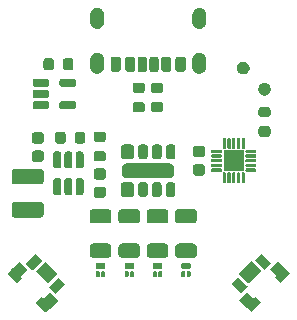
<source format=gbr>
%TF.GenerationSoftware,KiCad,Pcbnew,9.0.3*%
%TF.CreationDate,2025-07-22T22:17:19-05:00*%
%TF.ProjectId,openoshi-lightboard,6f70656e-6f73-4686-992d-6c6967687462,rev?*%
%TF.SameCoordinates,Original*%
%TF.FileFunction,Soldermask,Top*%
%TF.FilePolarity,Negative*%
%FSLAX46Y46*%
G04 Gerber Fmt 4.6, Leading zero omitted, Abs format (unit mm)*
G04 Created by KiCad (PCBNEW 9.0.3) date 2025-07-22 22:17:19*
%MOMM*%
%LPD*%
G01*
G04 APERTURE LIST*
G04 APERTURE END LIST*
G36*
X141680854Y-110315258D02*
G01*
X141693182Y-110323496D01*
X142339760Y-110970074D01*
X142347998Y-110982402D01*
X142350890Y-110996944D01*
X142347998Y-111011486D01*
X142339760Y-111023814D01*
X141693182Y-111670392D01*
X141680854Y-111678630D01*
X141666312Y-111681522D01*
X141653307Y-111678935D01*
X141631288Y-111685615D01*
X141326648Y-111990255D01*
X141316082Y-111994632D01*
X141305515Y-111990255D01*
X140511355Y-111196095D01*
X140506978Y-111185529D01*
X140511355Y-111174962D01*
X140964265Y-110722052D01*
X140974832Y-110717675D01*
X140985398Y-110722052D01*
X141092432Y-110829085D01*
X141133852Y-110829085D01*
X141635962Y-110326975D01*
X141635965Y-110326972D01*
X141639442Y-110323496D01*
X141651770Y-110315258D01*
X141666312Y-110312366D01*
X141680854Y-110315258D01*
G37*
G36*
X158398231Y-110265258D02*
G01*
X158410559Y-110273496D01*
X158916148Y-110779085D01*
X158957568Y-110779085D01*
X159064600Y-110672053D01*
X159075169Y-110667675D01*
X159085735Y-110672052D01*
X159538645Y-111124962D01*
X159543022Y-111135529D01*
X159538645Y-111146095D01*
X158744485Y-111940255D01*
X158733919Y-111944632D01*
X158723352Y-111940255D01*
X158418711Y-111635615D01*
X158396691Y-111628936D01*
X158383689Y-111631522D01*
X158369147Y-111628630D01*
X158356819Y-111620392D01*
X157710241Y-110973814D01*
X157702003Y-110961486D01*
X157699111Y-110946944D01*
X157702003Y-110932402D01*
X157710241Y-110920074D01*
X157962640Y-110667675D01*
X158353339Y-110276975D01*
X158353342Y-110276972D01*
X158356819Y-110273496D01*
X158369147Y-110265258D01*
X158383689Y-110262366D01*
X158398231Y-110265258D01*
G37*
G36*
X142455400Y-109051288D02*
G01*
X142467729Y-109059525D01*
X142970623Y-109562419D01*
X142978860Y-109574748D01*
X142981753Y-109589289D01*
X142978860Y-109603831D01*
X142970623Y-109616159D01*
X142198321Y-110388461D01*
X142185993Y-110396698D01*
X142171451Y-110399591D01*
X142156910Y-110396698D01*
X142144581Y-110388461D01*
X141641687Y-109885567D01*
X141633450Y-109873238D01*
X141630557Y-109858697D01*
X141633450Y-109844155D01*
X141641687Y-109831827D01*
X142027837Y-109445677D01*
X142410507Y-109063006D01*
X142410510Y-109063003D01*
X142413989Y-109059525D01*
X142426317Y-109051288D01*
X142440859Y-109048395D01*
X142455400Y-109051288D01*
G37*
G36*
X157623684Y-109001288D02*
G01*
X157636012Y-109009525D01*
X158408314Y-109781827D01*
X158416551Y-109794155D01*
X158419444Y-109808697D01*
X158416551Y-109823238D01*
X158408314Y-109835567D01*
X157905420Y-110338461D01*
X157893091Y-110346698D01*
X157878550Y-110349591D01*
X157864008Y-110346698D01*
X157851680Y-110338461D01*
X157079378Y-109566159D01*
X157071141Y-109553831D01*
X157068248Y-109539289D01*
X157071141Y-109524748D01*
X157079378Y-109512419D01*
X157330824Y-109260973D01*
X157578790Y-109013006D01*
X157578793Y-109013003D01*
X157582272Y-109009525D01*
X157594601Y-109001288D01*
X157609142Y-108998395D01*
X157623684Y-109001288D01*
G37*
G36*
X141330624Y-107710984D02*
G01*
X141342952Y-107719221D01*
X142330780Y-108707049D01*
X142339017Y-108719377D01*
X142341910Y-108733919D01*
X142339017Y-108748461D01*
X142330780Y-108760789D01*
X141558478Y-109533091D01*
X141546150Y-109541328D01*
X141531608Y-109544221D01*
X141517066Y-109541328D01*
X141504738Y-109533091D01*
X140516910Y-108545263D01*
X140508673Y-108532935D01*
X140505780Y-108518393D01*
X140508673Y-108503851D01*
X140516910Y-108491523D01*
X140903060Y-108105373D01*
X141285730Y-107722702D01*
X141285733Y-107722699D01*
X141289212Y-107719221D01*
X141301540Y-107710984D01*
X141316082Y-107708091D01*
X141330624Y-107710984D01*
G37*
G36*
X139067599Y-107702003D02*
G01*
X139079927Y-107710241D01*
X139726505Y-108356819D01*
X139734743Y-108369147D01*
X139737635Y-108383689D01*
X139734743Y-108398231D01*
X139726505Y-108410559D01*
X139220915Y-108916149D01*
X139220915Y-108957568D01*
X139327948Y-109064602D01*
X139332325Y-109075169D01*
X139327948Y-109085735D01*
X138875038Y-109538645D01*
X138864472Y-109543022D01*
X138853905Y-109538645D01*
X138059745Y-108744485D01*
X138055368Y-108733919D01*
X138059745Y-108723352D01*
X138364384Y-108418712D01*
X138371064Y-108396690D01*
X138368479Y-108383689D01*
X138371371Y-108369147D01*
X138379609Y-108356819D01*
X138541352Y-108195076D01*
X139022707Y-107713720D01*
X139022710Y-107713717D01*
X139026187Y-107710241D01*
X139038515Y-107702003D01*
X139053057Y-107699111D01*
X139067599Y-107702003D01*
G37*
G36*
X158748461Y-107660984D02*
G01*
X158760789Y-107669221D01*
X159533091Y-108441523D01*
X159541328Y-108453851D01*
X159544221Y-108468393D01*
X159541328Y-108482935D01*
X159533091Y-108495263D01*
X158545263Y-109483091D01*
X158532935Y-109491328D01*
X158518393Y-109494221D01*
X158503851Y-109491328D01*
X158491523Y-109483091D01*
X157719221Y-108710789D01*
X157710984Y-108698461D01*
X157708091Y-108683919D01*
X157710984Y-108669377D01*
X157719221Y-108657049D01*
X158213134Y-108163136D01*
X158703567Y-107672702D01*
X158703570Y-107672699D01*
X158707049Y-107669221D01*
X158719377Y-107660984D01*
X158733919Y-107658091D01*
X158748461Y-107660984D01*
G37*
G36*
X161011486Y-107652003D02*
G01*
X161023814Y-107660241D01*
X161670392Y-108306819D01*
X161678630Y-108319147D01*
X161681522Y-108333689D01*
X161678936Y-108346691D01*
X161685615Y-108368711D01*
X161990255Y-108673352D01*
X161994632Y-108683919D01*
X161990255Y-108694485D01*
X161196095Y-109488645D01*
X161185529Y-109493022D01*
X161174962Y-109488645D01*
X160722052Y-109035735D01*
X160717675Y-109025169D01*
X160722053Y-109014600D01*
X160829085Y-108907568D01*
X160829085Y-108866148D01*
X160326975Y-108364038D01*
X160323496Y-108360559D01*
X160315258Y-108348231D01*
X160312366Y-108333689D01*
X160315258Y-108319147D01*
X160323496Y-108306819D01*
X160435239Y-108195076D01*
X160966594Y-107663720D01*
X160966597Y-107663717D01*
X160970074Y-107660241D01*
X160982402Y-107652003D01*
X160996944Y-107649111D01*
X161011486Y-107652003D01*
G37*
G36*
X145833676Y-108518699D02*
G01*
X145862225Y-108537775D01*
X145881301Y-108566324D01*
X145888000Y-108600000D01*
X145888000Y-108900000D01*
X145881301Y-108933676D01*
X145862225Y-108962225D01*
X145833676Y-108981301D01*
X145800000Y-108988000D01*
X145650000Y-108988000D01*
X145616324Y-108981301D01*
X145587775Y-108962225D01*
X145568699Y-108933676D01*
X145562000Y-108900000D01*
X145562000Y-108600000D01*
X145568699Y-108566324D01*
X145587775Y-108537775D01*
X145616324Y-108518699D01*
X145650000Y-108512000D01*
X145800000Y-108512000D01*
X145833676Y-108518699D01*
G37*
G36*
X146283676Y-108518699D02*
G01*
X146312225Y-108537775D01*
X146331301Y-108566324D01*
X146338000Y-108600000D01*
X146338000Y-108900000D01*
X146331301Y-108933676D01*
X146312225Y-108962225D01*
X146283676Y-108981301D01*
X146250000Y-108988000D01*
X146100000Y-108988000D01*
X146066324Y-108981301D01*
X146037775Y-108962225D01*
X146018699Y-108933676D01*
X146012000Y-108900000D01*
X146012000Y-108600000D01*
X146018699Y-108566324D01*
X146037775Y-108537775D01*
X146066324Y-108518699D01*
X146100000Y-108512000D01*
X146250000Y-108512000D01*
X146283676Y-108518699D01*
G37*
G36*
X148283676Y-108518699D02*
G01*
X148312225Y-108537775D01*
X148331301Y-108566324D01*
X148338000Y-108600000D01*
X148338000Y-108900000D01*
X148331301Y-108933676D01*
X148312225Y-108962225D01*
X148283676Y-108981301D01*
X148250000Y-108988000D01*
X148100000Y-108988000D01*
X148066324Y-108981301D01*
X148037775Y-108962225D01*
X148018699Y-108933676D01*
X148012000Y-108900000D01*
X148012000Y-108600000D01*
X148018699Y-108566324D01*
X148037775Y-108537775D01*
X148066324Y-108518699D01*
X148100000Y-108512000D01*
X148250000Y-108512000D01*
X148283676Y-108518699D01*
G37*
G36*
X148733676Y-108518699D02*
G01*
X148762225Y-108537775D01*
X148781301Y-108566324D01*
X148788000Y-108600000D01*
X148788000Y-108900000D01*
X148781301Y-108933676D01*
X148762225Y-108962225D01*
X148733676Y-108981301D01*
X148700000Y-108988000D01*
X148550000Y-108988000D01*
X148516324Y-108981301D01*
X148487775Y-108962225D01*
X148468699Y-108933676D01*
X148462000Y-108900000D01*
X148462000Y-108600000D01*
X148468699Y-108566324D01*
X148487775Y-108537775D01*
X148516324Y-108518699D01*
X148550000Y-108512000D01*
X148700000Y-108512000D01*
X148733676Y-108518699D01*
G37*
G36*
X150683676Y-108518699D02*
G01*
X150712225Y-108537775D01*
X150731301Y-108566324D01*
X150738000Y-108600000D01*
X150738000Y-108900000D01*
X150731301Y-108933676D01*
X150712225Y-108962225D01*
X150683676Y-108981301D01*
X150650000Y-108988000D01*
X150500000Y-108988000D01*
X150466324Y-108981301D01*
X150437775Y-108962225D01*
X150418699Y-108933676D01*
X150412000Y-108900000D01*
X150412000Y-108600000D01*
X150418699Y-108566324D01*
X150437775Y-108537775D01*
X150466324Y-108518699D01*
X150500000Y-108512000D01*
X150650000Y-108512000D01*
X150683676Y-108518699D01*
G37*
G36*
X151133676Y-108518699D02*
G01*
X151162225Y-108537775D01*
X151181301Y-108566324D01*
X151188000Y-108600000D01*
X151188000Y-108900000D01*
X151181301Y-108933676D01*
X151162225Y-108962225D01*
X151133676Y-108981301D01*
X151100000Y-108988000D01*
X150950000Y-108988000D01*
X150916324Y-108981301D01*
X150887775Y-108962225D01*
X150868699Y-108933676D01*
X150862000Y-108900000D01*
X150862000Y-108600000D01*
X150868699Y-108566324D01*
X150887775Y-108537775D01*
X150916324Y-108518699D01*
X150950000Y-108512000D01*
X151100000Y-108512000D01*
X151133676Y-108518699D01*
G37*
G36*
X153083676Y-108518699D02*
G01*
X153112225Y-108537775D01*
X153131301Y-108566324D01*
X153138000Y-108600000D01*
X153138000Y-108900000D01*
X153131301Y-108933676D01*
X153112225Y-108962225D01*
X153083676Y-108981301D01*
X153050000Y-108988000D01*
X152900000Y-108988000D01*
X152866324Y-108981301D01*
X152837775Y-108962225D01*
X152818699Y-108933676D01*
X152812000Y-108900000D01*
X152812000Y-108600000D01*
X152818699Y-108566324D01*
X152837775Y-108537775D01*
X152866324Y-108518699D01*
X152900000Y-108512000D01*
X153050000Y-108512000D01*
X153083676Y-108518699D01*
G37*
G36*
X153533676Y-108518699D02*
G01*
X153562225Y-108537775D01*
X153581301Y-108566324D01*
X153588000Y-108600000D01*
X153588000Y-108900000D01*
X153581301Y-108933676D01*
X153562225Y-108962225D01*
X153533676Y-108981301D01*
X153500000Y-108988000D01*
X153350000Y-108988000D01*
X153316324Y-108981301D01*
X153287775Y-108962225D01*
X153268699Y-108933676D01*
X153262000Y-108900000D01*
X153262000Y-108600000D01*
X153268699Y-108566324D01*
X153287775Y-108537775D01*
X153316324Y-108518699D01*
X153350000Y-108512000D01*
X153500000Y-108512000D01*
X153533676Y-108518699D01*
G37*
G36*
X140475253Y-107071141D02*
G01*
X140487582Y-107079378D01*
X140990476Y-107582272D01*
X140998713Y-107594601D01*
X141001606Y-107609142D01*
X140998713Y-107623684D01*
X140990476Y-107636012D01*
X140218174Y-108408314D01*
X140205846Y-108416551D01*
X140191304Y-108419444D01*
X140176763Y-108416551D01*
X140164434Y-108408314D01*
X139661540Y-107905420D01*
X139653303Y-107893091D01*
X139650410Y-107878550D01*
X139653303Y-107864008D01*
X139661540Y-107851680D01*
X140202934Y-107310286D01*
X140430360Y-107082859D01*
X140430363Y-107082856D01*
X140433842Y-107079378D01*
X140446170Y-107071141D01*
X140460712Y-107068248D01*
X140475253Y-107071141D01*
G37*
G36*
X159603831Y-107021141D02*
G01*
X159616159Y-107029378D01*
X160388461Y-107801680D01*
X160396698Y-107814008D01*
X160399591Y-107828550D01*
X160396698Y-107843091D01*
X160388461Y-107855420D01*
X159885567Y-108358314D01*
X159873238Y-108366551D01*
X159858697Y-108369444D01*
X159844155Y-108366551D01*
X159831827Y-108358314D01*
X159059525Y-107586012D01*
X159051288Y-107573684D01*
X159048395Y-107559142D01*
X159051288Y-107544601D01*
X159059525Y-107532272D01*
X159354038Y-107237759D01*
X159558937Y-107032859D01*
X159558940Y-107032856D01*
X159562419Y-107029378D01*
X159574748Y-107021141D01*
X159589289Y-107018248D01*
X159603831Y-107021141D01*
G37*
G36*
X146283676Y-107818699D02*
G01*
X146312225Y-107837775D01*
X146331301Y-107866324D01*
X146338000Y-107900000D01*
X146338000Y-108200000D01*
X146331301Y-108233676D01*
X146312225Y-108262225D01*
X146283676Y-108281301D01*
X146250000Y-108288000D01*
X145650000Y-108288000D01*
X145616324Y-108281301D01*
X145587775Y-108262225D01*
X145568699Y-108233676D01*
X145562000Y-108200000D01*
X145562000Y-107900000D01*
X145568699Y-107866324D01*
X145587775Y-107837775D01*
X145616324Y-107818699D01*
X145650000Y-107812000D01*
X146250000Y-107812000D01*
X146283676Y-107818699D01*
G37*
G36*
X148733676Y-107818699D02*
G01*
X148762225Y-107837775D01*
X148781301Y-107866324D01*
X148788000Y-107900000D01*
X148788000Y-108200000D01*
X148781301Y-108233676D01*
X148762225Y-108262225D01*
X148733676Y-108281301D01*
X148700000Y-108288000D01*
X148100000Y-108288000D01*
X148066324Y-108281301D01*
X148037775Y-108262225D01*
X148018699Y-108233676D01*
X148012000Y-108200000D01*
X148012000Y-107900000D01*
X148018699Y-107866324D01*
X148037775Y-107837775D01*
X148066324Y-107818699D01*
X148100000Y-107812000D01*
X148700000Y-107812000D01*
X148733676Y-107818699D01*
G37*
G36*
X151133676Y-107818699D02*
G01*
X151162225Y-107837775D01*
X151181301Y-107866324D01*
X151188000Y-107900000D01*
X151188000Y-108200000D01*
X151181301Y-108233676D01*
X151162225Y-108262225D01*
X151133676Y-108281301D01*
X151100000Y-108288000D01*
X150500000Y-108288000D01*
X150466324Y-108281301D01*
X150437775Y-108262225D01*
X150418699Y-108233676D01*
X150412000Y-108200000D01*
X150412000Y-107900000D01*
X150418699Y-107866324D01*
X150437775Y-107837775D01*
X150466324Y-107818699D01*
X150500000Y-107812000D01*
X151100000Y-107812000D01*
X151133676Y-107818699D01*
G37*
G36*
X153533676Y-107818699D02*
G01*
X153562225Y-107837775D01*
X153581301Y-107866324D01*
X153588000Y-107900000D01*
X153588000Y-108200000D01*
X153581301Y-108233676D01*
X153562225Y-108262225D01*
X153533676Y-108281301D01*
X153500000Y-108288000D01*
X152900000Y-108288000D01*
X152866324Y-108281301D01*
X152837775Y-108262225D01*
X152818699Y-108233676D01*
X152812000Y-108200000D01*
X152812000Y-107900000D01*
X152818699Y-107866324D01*
X152837775Y-107837775D01*
X152866324Y-107818699D01*
X152900000Y-107812000D01*
X153500000Y-107812000D01*
X153533676Y-107818699D01*
G37*
G36*
X146640938Y-106169650D02*
G01*
X146645653Y-106171732D01*
X146648326Y-106172084D01*
X146681770Y-106187679D01*
X146737759Y-106212401D01*
X146812599Y-106287241D01*
X146837330Y-106343251D01*
X146852915Y-106376673D01*
X146853266Y-106379343D01*
X146855350Y-106384062D01*
X146863000Y-106450000D01*
X146863000Y-107075000D01*
X146855350Y-107140938D01*
X146853266Y-107145656D01*
X146852915Y-107148326D01*
X146837338Y-107181730D01*
X146812599Y-107237759D01*
X146737759Y-107312599D01*
X146681730Y-107337338D01*
X146648326Y-107352915D01*
X146645656Y-107353266D01*
X146640938Y-107355350D01*
X146575000Y-107363000D01*
X145325000Y-107363000D01*
X145259062Y-107355350D01*
X145254343Y-107353266D01*
X145251673Y-107352915D01*
X145218251Y-107337330D01*
X145162241Y-107312599D01*
X145087401Y-107237759D01*
X145062679Y-107181770D01*
X145047084Y-107148326D01*
X145046732Y-107145653D01*
X145044650Y-107140938D01*
X145037000Y-107075000D01*
X145037000Y-106450000D01*
X145044650Y-106384062D01*
X145046732Y-106379346D01*
X145047084Y-106376673D01*
X145062687Y-106343210D01*
X145087401Y-106287241D01*
X145162241Y-106212401D01*
X145218210Y-106187687D01*
X145251673Y-106172084D01*
X145254346Y-106171732D01*
X145259062Y-106169650D01*
X145325000Y-106162000D01*
X146575000Y-106162000D01*
X146640938Y-106169650D01*
G37*
G36*
X149090938Y-106169650D02*
G01*
X149095653Y-106171732D01*
X149098326Y-106172084D01*
X149131770Y-106187679D01*
X149187759Y-106212401D01*
X149262599Y-106287241D01*
X149287330Y-106343251D01*
X149302915Y-106376673D01*
X149303266Y-106379343D01*
X149305350Y-106384062D01*
X149313000Y-106450000D01*
X149313000Y-107075000D01*
X149305350Y-107140938D01*
X149303266Y-107145656D01*
X149302915Y-107148326D01*
X149287338Y-107181730D01*
X149262599Y-107237759D01*
X149187759Y-107312599D01*
X149131730Y-107337338D01*
X149098326Y-107352915D01*
X149095656Y-107353266D01*
X149090938Y-107355350D01*
X149025000Y-107363000D01*
X147775000Y-107363000D01*
X147709062Y-107355350D01*
X147704343Y-107353266D01*
X147701673Y-107352915D01*
X147668251Y-107337330D01*
X147612241Y-107312599D01*
X147537401Y-107237759D01*
X147512679Y-107181770D01*
X147497084Y-107148326D01*
X147496732Y-107145653D01*
X147494650Y-107140938D01*
X147487000Y-107075000D01*
X147487000Y-106450000D01*
X147494650Y-106384062D01*
X147496732Y-106379346D01*
X147497084Y-106376673D01*
X147512687Y-106343210D01*
X147537401Y-106287241D01*
X147612241Y-106212401D01*
X147668210Y-106187687D01*
X147701673Y-106172084D01*
X147704346Y-106171732D01*
X147709062Y-106169650D01*
X147775000Y-106162000D01*
X149025000Y-106162000D01*
X149090938Y-106169650D01*
G37*
G36*
X151490938Y-106169650D02*
G01*
X151495653Y-106171732D01*
X151498326Y-106172084D01*
X151531770Y-106187679D01*
X151587759Y-106212401D01*
X151662599Y-106287241D01*
X151687330Y-106343251D01*
X151702915Y-106376673D01*
X151703266Y-106379343D01*
X151705350Y-106384062D01*
X151713000Y-106450000D01*
X151713000Y-107075000D01*
X151705350Y-107140938D01*
X151703266Y-107145656D01*
X151702915Y-107148326D01*
X151687338Y-107181730D01*
X151662599Y-107237759D01*
X151587759Y-107312599D01*
X151531730Y-107337338D01*
X151498326Y-107352915D01*
X151495656Y-107353266D01*
X151490938Y-107355350D01*
X151425000Y-107363000D01*
X150175000Y-107363000D01*
X150109062Y-107355350D01*
X150104343Y-107353266D01*
X150101673Y-107352915D01*
X150068251Y-107337330D01*
X150012241Y-107312599D01*
X149937401Y-107237759D01*
X149912679Y-107181770D01*
X149897084Y-107148326D01*
X149896732Y-107145653D01*
X149894650Y-107140938D01*
X149887000Y-107075000D01*
X149887000Y-106450000D01*
X149894650Y-106384062D01*
X149896732Y-106379346D01*
X149897084Y-106376673D01*
X149912687Y-106343210D01*
X149937401Y-106287241D01*
X150012241Y-106212401D01*
X150068210Y-106187687D01*
X150101673Y-106172084D01*
X150104346Y-106171732D01*
X150109062Y-106169650D01*
X150175000Y-106162000D01*
X151425000Y-106162000D01*
X151490938Y-106169650D01*
G37*
G36*
X153890938Y-106169650D02*
G01*
X153895653Y-106171732D01*
X153898326Y-106172084D01*
X153931770Y-106187679D01*
X153987759Y-106212401D01*
X154062599Y-106287241D01*
X154087330Y-106343251D01*
X154102915Y-106376673D01*
X154103266Y-106379343D01*
X154105350Y-106384062D01*
X154113000Y-106450000D01*
X154113000Y-107075000D01*
X154105350Y-107140938D01*
X154103266Y-107145656D01*
X154102915Y-107148326D01*
X154087338Y-107181730D01*
X154062599Y-107237759D01*
X153987759Y-107312599D01*
X153931730Y-107337338D01*
X153898326Y-107352915D01*
X153895656Y-107353266D01*
X153890938Y-107355350D01*
X153825000Y-107363000D01*
X152575000Y-107363000D01*
X152509062Y-107355350D01*
X152504343Y-107353266D01*
X152501673Y-107352915D01*
X152468251Y-107337330D01*
X152412241Y-107312599D01*
X152337401Y-107237759D01*
X152312679Y-107181770D01*
X152297084Y-107148326D01*
X152296732Y-107145653D01*
X152294650Y-107140938D01*
X152287000Y-107075000D01*
X152287000Y-106450000D01*
X152294650Y-106384062D01*
X152296732Y-106379346D01*
X152297084Y-106376673D01*
X152312687Y-106343210D01*
X152337401Y-106287241D01*
X152412241Y-106212401D01*
X152468210Y-106187687D01*
X152501673Y-106172084D01*
X152504346Y-106171732D01*
X152509062Y-106169650D01*
X152575000Y-106162000D01*
X153825000Y-106162000D01*
X153890938Y-106169650D01*
G37*
G36*
X146640938Y-103244650D02*
G01*
X146645653Y-103246732D01*
X146648326Y-103247084D01*
X146681770Y-103262679D01*
X146737759Y-103287401D01*
X146812599Y-103362241D01*
X146837330Y-103418251D01*
X146852915Y-103451673D01*
X146853266Y-103454343D01*
X146855350Y-103459062D01*
X146863000Y-103525000D01*
X146863000Y-104150000D01*
X146855350Y-104215938D01*
X146853266Y-104220656D01*
X146852915Y-104223326D01*
X146837338Y-104256730D01*
X146812599Y-104312759D01*
X146737759Y-104387599D01*
X146681730Y-104412338D01*
X146648326Y-104427915D01*
X146645656Y-104428266D01*
X146640938Y-104430350D01*
X146575000Y-104438000D01*
X145325000Y-104438000D01*
X145259062Y-104430350D01*
X145254343Y-104428266D01*
X145251673Y-104427915D01*
X145218251Y-104412330D01*
X145162241Y-104387599D01*
X145087401Y-104312759D01*
X145062679Y-104256770D01*
X145047084Y-104223326D01*
X145046732Y-104220653D01*
X145044650Y-104215938D01*
X145037000Y-104150000D01*
X145037000Y-103525000D01*
X145044650Y-103459062D01*
X145046732Y-103454346D01*
X145047084Y-103451673D01*
X145062687Y-103418210D01*
X145087401Y-103362241D01*
X145162241Y-103287401D01*
X145218210Y-103262687D01*
X145251673Y-103247084D01*
X145254346Y-103246732D01*
X145259062Y-103244650D01*
X145325000Y-103237000D01*
X146575000Y-103237000D01*
X146640938Y-103244650D01*
G37*
G36*
X149090938Y-103244650D02*
G01*
X149095653Y-103246732D01*
X149098326Y-103247084D01*
X149131770Y-103262679D01*
X149187759Y-103287401D01*
X149262599Y-103362241D01*
X149287330Y-103418251D01*
X149302915Y-103451673D01*
X149303266Y-103454343D01*
X149305350Y-103459062D01*
X149313000Y-103525000D01*
X149313000Y-104150000D01*
X149305350Y-104215938D01*
X149303266Y-104220656D01*
X149302915Y-104223326D01*
X149287338Y-104256730D01*
X149262599Y-104312759D01*
X149187759Y-104387599D01*
X149131730Y-104412338D01*
X149098326Y-104427915D01*
X149095656Y-104428266D01*
X149090938Y-104430350D01*
X149025000Y-104438000D01*
X147775000Y-104438000D01*
X147709062Y-104430350D01*
X147704343Y-104428266D01*
X147701673Y-104427915D01*
X147668251Y-104412330D01*
X147612241Y-104387599D01*
X147537401Y-104312759D01*
X147512679Y-104256770D01*
X147497084Y-104223326D01*
X147496732Y-104220653D01*
X147494650Y-104215938D01*
X147487000Y-104150000D01*
X147487000Y-103525000D01*
X147494650Y-103459062D01*
X147496732Y-103454346D01*
X147497084Y-103451673D01*
X147512687Y-103418210D01*
X147537401Y-103362241D01*
X147612241Y-103287401D01*
X147668210Y-103262687D01*
X147701673Y-103247084D01*
X147704346Y-103246732D01*
X147709062Y-103244650D01*
X147775000Y-103237000D01*
X149025000Y-103237000D01*
X149090938Y-103244650D01*
G37*
G36*
X151490938Y-103244650D02*
G01*
X151495653Y-103246732D01*
X151498326Y-103247084D01*
X151531770Y-103262679D01*
X151587759Y-103287401D01*
X151662599Y-103362241D01*
X151687330Y-103418251D01*
X151702915Y-103451673D01*
X151703266Y-103454343D01*
X151705350Y-103459062D01*
X151713000Y-103525000D01*
X151713000Y-104150000D01*
X151705350Y-104215938D01*
X151703266Y-104220656D01*
X151702915Y-104223326D01*
X151687338Y-104256730D01*
X151662599Y-104312759D01*
X151587759Y-104387599D01*
X151531730Y-104412338D01*
X151498326Y-104427915D01*
X151495656Y-104428266D01*
X151490938Y-104430350D01*
X151425000Y-104438000D01*
X150175000Y-104438000D01*
X150109062Y-104430350D01*
X150104343Y-104428266D01*
X150101673Y-104427915D01*
X150068251Y-104412330D01*
X150012241Y-104387599D01*
X149937401Y-104312759D01*
X149912679Y-104256770D01*
X149897084Y-104223326D01*
X149896732Y-104220653D01*
X149894650Y-104215938D01*
X149887000Y-104150000D01*
X149887000Y-103525000D01*
X149894650Y-103459062D01*
X149896732Y-103454346D01*
X149897084Y-103451673D01*
X149912687Y-103418210D01*
X149937401Y-103362241D01*
X150012241Y-103287401D01*
X150068210Y-103262687D01*
X150101673Y-103247084D01*
X150104346Y-103246732D01*
X150109062Y-103244650D01*
X150175000Y-103237000D01*
X151425000Y-103237000D01*
X151490938Y-103244650D01*
G37*
G36*
X153890938Y-103244650D02*
G01*
X153895653Y-103246732D01*
X153898326Y-103247084D01*
X153931770Y-103262679D01*
X153987759Y-103287401D01*
X154062599Y-103362241D01*
X154087330Y-103418251D01*
X154102915Y-103451673D01*
X154103266Y-103454343D01*
X154105350Y-103459062D01*
X154113000Y-103525000D01*
X154113000Y-104150000D01*
X154105350Y-104215938D01*
X154103266Y-104220656D01*
X154102915Y-104223326D01*
X154087338Y-104256730D01*
X154062599Y-104312759D01*
X153987759Y-104387599D01*
X153931730Y-104412338D01*
X153898326Y-104427915D01*
X153895656Y-104428266D01*
X153890938Y-104430350D01*
X153825000Y-104438000D01*
X152575000Y-104438000D01*
X152509062Y-104430350D01*
X152504343Y-104428266D01*
X152501673Y-104427915D01*
X152468251Y-104412330D01*
X152412241Y-104387599D01*
X152337401Y-104312759D01*
X152312679Y-104256770D01*
X152297084Y-104223326D01*
X152296732Y-104220653D01*
X152294650Y-104215938D01*
X152287000Y-104150000D01*
X152287000Y-103525000D01*
X152294650Y-103459062D01*
X152296732Y-103454346D01*
X152297084Y-103451673D01*
X152312687Y-103418210D01*
X152337401Y-103362241D01*
X152412241Y-103287401D01*
X152468210Y-103262687D01*
X152501673Y-103247084D01*
X152504346Y-103246732D01*
X152509062Y-103244650D01*
X152575000Y-103237000D01*
X153825000Y-103237000D01*
X153890938Y-103244650D01*
G37*
G36*
X140940938Y-102644650D02*
G01*
X140945653Y-102646732D01*
X140948326Y-102647084D01*
X140981770Y-102662679D01*
X141037759Y-102687401D01*
X141112599Y-102762241D01*
X141137330Y-102818251D01*
X141152915Y-102851673D01*
X141153266Y-102854343D01*
X141155350Y-102859062D01*
X141163000Y-102925000D01*
X141163000Y-103675000D01*
X141155350Y-103740938D01*
X141153266Y-103745656D01*
X141152915Y-103748326D01*
X141137338Y-103781730D01*
X141112599Y-103837759D01*
X141037759Y-103912599D01*
X140981730Y-103937338D01*
X140948326Y-103952915D01*
X140945656Y-103953266D01*
X140940938Y-103955350D01*
X140875000Y-103963000D01*
X138725000Y-103963000D01*
X138659062Y-103955350D01*
X138654343Y-103953266D01*
X138651673Y-103952915D01*
X138618251Y-103937330D01*
X138562241Y-103912599D01*
X138487401Y-103837759D01*
X138462679Y-103781770D01*
X138447084Y-103748326D01*
X138446732Y-103745653D01*
X138444650Y-103740938D01*
X138437000Y-103675000D01*
X138437000Y-102925000D01*
X138444650Y-102859062D01*
X138446732Y-102854346D01*
X138447084Y-102851673D01*
X138462687Y-102818210D01*
X138487401Y-102762241D01*
X138562241Y-102687401D01*
X138618210Y-102662687D01*
X138651673Y-102647084D01*
X138654346Y-102646732D01*
X138659062Y-102644650D01*
X138725000Y-102637000D01*
X140875000Y-102637000D01*
X140940938Y-102644650D01*
G37*
G36*
X146156409Y-101338274D02*
G01*
X146216852Y-101346232D01*
X146232057Y-101353322D01*
X146250646Y-101357020D01*
X146275266Y-101373470D01*
X146300407Y-101385194D01*
X146315702Y-101400489D01*
X146335969Y-101414031D01*
X146349510Y-101434297D01*
X146364805Y-101449592D01*
X146376527Y-101474730D01*
X146392980Y-101499354D01*
X146396677Y-101517944D01*
X146403767Y-101533147D01*
X146411722Y-101593577D01*
X146413000Y-101600000D01*
X146413000Y-102050000D01*
X146411722Y-102056424D01*
X146403767Y-102116852D01*
X146396678Y-102132054D01*
X146392980Y-102150646D01*
X146376525Y-102175271D01*
X146364805Y-102200407D01*
X146349512Y-102215699D01*
X146335969Y-102235969D01*
X146315699Y-102249512D01*
X146300407Y-102264805D01*
X146275271Y-102276525D01*
X146250646Y-102292980D01*
X146232054Y-102296678D01*
X146216852Y-102303767D01*
X146156424Y-102311722D01*
X146150000Y-102313000D01*
X145650000Y-102313000D01*
X145643577Y-102311722D01*
X145583147Y-102303767D01*
X145567944Y-102296677D01*
X145549354Y-102292980D01*
X145524730Y-102276527D01*
X145499592Y-102264805D01*
X145484297Y-102249510D01*
X145464031Y-102235969D01*
X145450489Y-102215702D01*
X145435194Y-102200407D01*
X145423470Y-102175266D01*
X145407020Y-102150646D01*
X145403322Y-102132057D01*
X145396232Y-102116852D01*
X145388274Y-102056409D01*
X145387000Y-102050000D01*
X145387000Y-101600000D01*
X145388274Y-101593592D01*
X145396232Y-101533147D01*
X145403322Y-101517940D01*
X145407020Y-101499354D01*
X145423469Y-101474735D01*
X145435194Y-101449592D01*
X145450491Y-101434294D01*
X145464031Y-101414031D01*
X145484294Y-101400491D01*
X145499592Y-101385194D01*
X145524735Y-101373469D01*
X145549354Y-101357020D01*
X145567940Y-101353322D01*
X145583147Y-101346232D01*
X145643592Y-101338274D01*
X145650000Y-101337000D01*
X146150000Y-101337000D01*
X146156409Y-101338274D01*
G37*
G36*
X148536409Y-100976275D02*
G01*
X148599958Y-100984641D01*
X148615943Y-100992095D01*
X148635238Y-100995933D01*
X148660792Y-101013008D01*
X148687290Y-101025364D01*
X148703412Y-101041486D01*
X148724454Y-101055546D01*
X148738513Y-101076587D01*
X148754635Y-101092709D01*
X148766990Y-101119204D01*
X148784067Y-101144762D01*
X148787905Y-101164058D01*
X148795358Y-101180041D01*
X148803722Y-101243577D01*
X148805000Y-101250000D01*
X148805000Y-101950000D01*
X148803722Y-101956424D01*
X148795358Y-102019958D01*
X148787905Y-102035939D01*
X148784067Y-102055238D01*
X148766988Y-102080797D01*
X148754635Y-102107290D01*
X148738516Y-102123408D01*
X148724454Y-102144454D01*
X148703408Y-102158516D01*
X148687290Y-102174635D01*
X148660797Y-102186988D01*
X148635238Y-102204067D01*
X148615939Y-102207905D01*
X148599958Y-102215358D01*
X148536424Y-102223722D01*
X148530000Y-102225000D01*
X147950000Y-102225000D01*
X147943577Y-102223722D01*
X147880041Y-102215358D01*
X147864058Y-102207905D01*
X147844762Y-102204067D01*
X147819204Y-102186990D01*
X147792709Y-102174635D01*
X147776587Y-102158513D01*
X147755546Y-102144454D01*
X147741486Y-102123412D01*
X147725364Y-102107290D01*
X147713008Y-102080792D01*
X147695933Y-102055238D01*
X147692095Y-102035943D01*
X147684641Y-102019958D01*
X147676275Y-101956409D01*
X147675000Y-101950000D01*
X147675000Y-101250000D01*
X147676274Y-101243592D01*
X147684641Y-101180041D01*
X147692095Y-101164054D01*
X147695933Y-101144762D01*
X147713006Y-101119209D01*
X147725364Y-101092709D01*
X147741488Y-101076584D01*
X147755546Y-101055546D01*
X147776584Y-101041488D01*
X147792709Y-101025364D01*
X147819209Y-101013006D01*
X147844762Y-100995933D01*
X147864054Y-100992095D01*
X147880041Y-100984641D01*
X147943592Y-100976274D01*
X147950000Y-100975000D01*
X148530000Y-100975000D01*
X148536409Y-100976275D01*
G37*
G36*
X149706409Y-100976275D02*
G01*
X149769958Y-100984641D01*
X149785943Y-100992095D01*
X149805238Y-100995933D01*
X149830792Y-101013008D01*
X149857290Y-101025364D01*
X149873412Y-101041486D01*
X149894454Y-101055546D01*
X149908513Y-101076587D01*
X149924635Y-101092709D01*
X149936990Y-101119204D01*
X149954067Y-101144762D01*
X149957905Y-101164058D01*
X149965358Y-101180041D01*
X149973722Y-101243577D01*
X149975000Y-101250000D01*
X149975000Y-101950000D01*
X149973722Y-101956424D01*
X149965358Y-102019958D01*
X149957905Y-102035939D01*
X149954067Y-102055238D01*
X149936988Y-102080797D01*
X149924635Y-102107290D01*
X149908516Y-102123408D01*
X149894454Y-102144454D01*
X149873408Y-102158516D01*
X149857290Y-102174635D01*
X149830797Y-102186988D01*
X149805238Y-102204067D01*
X149785939Y-102207905D01*
X149769958Y-102215358D01*
X149706424Y-102223722D01*
X149700000Y-102225000D01*
X149430000Y-102225000D01*
X149423577Y-102223722D01*
X149360041Y-102215358D01*
X149344058Y-102207905D01*
X149324762Y-102204067D01*
X149299204Y-102186990D01*
X149272709Y-102174635D01*
X149256587Y-102158513D01*
X149235546Y-102144454D01*
X149221486Y-102123412D01*
X149205364Y-102107290D01*
X149193008Y-102080792D01*
X149175933Y-102055238D01*
X149172095Y-102035943D01*
X149164641Y-102019958D01*
X149156275Y-101956409D01*
X149155000Y-101950000D01*
X149155000Y-101250000D01*
X149156274Y-101243592D01*
X149164641Y-101180041D01*
X149172095Y-101164054D01*
X149175933Y-101144762D01*
X149193006Y-101119209D01*
X149205364Y-101092709D01*
X149221488Y-101076584D01*
X149235546Y-101055546D01*
X149256584Y-101041488D01*
X149272709Y-101025364D01*
X149299209Y-101013006D01*
X149324762Y-100995933D01*
X149344054Y-100992095D01*
X149360041Y-100984641D01*
X149423592Y-100976274D01*
X149430000Y-100975000D01*
X149700000Y-100975000D01*
X149706409Y-100976275D01*
G37*
G36*
X150876409Y-100976275D02*
G01*
X150939958Y-100984641D01*
X150955943Y-100992095D01*
X150975238Y-100995933D01*
X151000792Y-101013008D01*
X151027290Y-101025364D01*
X151043412Y-101041486D01*
X151064454Y-101055546D01*
X151078513Y-101076587D01*
X151094635Y-101092709D01*
X151106990Y-101119204D01*
X151124067Y-101144762D01*
X151127905Y-101164058D01*
X151135358Y-101180041D01*
X151143722Y-101243577D01*
X151145000Y-101250000D01*
X151145000Y-101950000D01*
X151143722Y-101956424D01*
X151135358Y-102019958D01*
X151127905Y-102035939D01*
X151124067Y-102055238D01*
X151106988Y-102080797D01*
X151094635Y-102107290D01*
X151078516Y-102123408D01*
X151064454Y-102144454D01*
X151043408Y-102158516D01*
X151027290Y-102174635D01*
X151000797Y-102186988D01*
X150975238Y-102204067D01*
X150955939Y-102207905D01*
X150939958Y-102215358D01*
X150876424Y-102223722D01*
X150870000Y-102225000D01*
X150600000Y-102225000D01*
X150593577Y-102223722D01*
X150530041Y-102215358D01*
X150514058Y-102207905D01*
X150494762Y-102204067D01*
X150469204Y-102186990D01*
X150442709Y-102174635D01*
X150426587Y-102158513D01*
X150405546Y-102144454D01*
X150391486Y-102123412D01*
X150375364Y-102107290D01*
X150363008Y-102080792D01*
X150345933Y-102055238D01*
X150342095Y-102035943D01*
X150334641Y-102019958D01*
X150326275Y-101956409D01*
X150325000Y-101950000D01*
X150325000Y-101250000D01*
X150326274Y-101243592D01*
X150334641Y-101180041D01*
X150342095Y-101164054D01*
X150345933Y-101144762D01*
X150363006Y-101119209D01*
X150375364Y-101092709D01*
X150391488Y-101076584D01*
X150405546Y-101055546D01*
X150426584Y-101041488D01*
X150442709Y-101025364D01*
X150469209Y-101013006D01*
X150494762Y-100995933D01*
X150514054Y-100992095D01*
X150530041Y-100984641D01*
X150593592Y-100976274D01*
X150600000Y-100975000D01*
X150870000Y-100975000D01*
X150876409Y-100976275D01*
G37*
G36*
X152046409Y-100976275D02*
G01*
X152109958Y-100984641D01*
X152125943Y-100992095D01*
X152145238Y-100995933D01*
X152170792Y-101013008D01*
X152197290Y-101025364D01*
X152213412Y-101041486D01*
X152234454Y-101055546D01*
X152248513Y-101076587D01*
X152264635Y-101092709D01*
X152276990Y-101119204D01*
X152294067Y-101144762D01*
X152297905Y-101164058D01*
X152305358Y-101180041D01*
X152313722Y-101243577D01*
X152315000Y-101250000D01*
X152315000Y-101950000D01*
X152313722Y-101956424D01*
X152305358Y-102019958D01*
X152297905Y-102035939D01*
X152294067Y-102055238D01*
X152276988Y-102080797D01*
X152264635Y-102107290D01*
X152248516Y-102123408D01*
X152234454Y-102144454D01*
X152213408Y-102158516D01*
X152197290Y-102174635D01*
X152170797Y-102186988D01*
X152145238Y-102204067D01*
X152125939Y-102207905D01*
X152109958Y-102215358D01*
X152046424Y-102223722D01*
X152040000Y-102225000D01*
X151770000Y-102225000D01*
X151763577Y-102223722D01*
X151700041Y-102215358D01*
X151684058Y-102207905D01*
X151664762Y-102204067D01*
X151639204Y-102186990D01*
X151612709Y-102174635D01*
X151596587Y-102158513D01*
X151575546Y-102144454D01*
X151561486Y-102123412D01*
X151545364Y-102107290D01*
X151533008Y-102080792D01*
X151515933Y-102055238D01*
X151512095Y-102035943D01*
X151504641Y-102019958D01*
X151496275Y-101956409D01*
X151495000Y-101950000D01*
X151495000Y-101250000D01*
X151496274Y-101243592D01*
X151504641Y-101180041D01*
X151512095Y-101164054D01*
X151515933Y-101144762D01*
X151533006Y-101119209D01*
X151545364Y-101092709D01*
X151561488Y-101076584D01*
X151575546Y-101055546D01*
X151596584Y-101041488D01*
X151612709Y-101025364D01*
X151639209Y-101013006D01*
X151664762Y-100995933D01*
X151684054Y-100992095D01*
X151700041Y-100984641D01*
X151763592Y-100976274D01*
X151770000Y-100975000D01*
X152040000Y-100975000D01*
X152046409Y-100976275D01*
G37*
G36*
X142521944Y-100651311D02*
G01*
X142582936Y-100692064D01*
X142623689Y-100753056D01*
X142638000Y-100825000D01*
X142638000Y-101850000D01*
X142623689Y-101921944D01*
X142582936Y-101982936D01*
X142521944Y-102023689D01*
X142450000Y-102038000D01*
X142150000Y-102038000D01*
X142078056Y-102023689D01*
X142017064Y-101982936D01*
X141976311Y-101921944D01*
X141962000Y-101850000D01*
X141962000Y-100825000D01*
X141976311Y-100753056D01*
X142017064Y-100692064D01*
X142078056Y-100651311D01*
X142150000Y-100637000D01*
X142450000Y-100637000D01*
X142521944Y-100651311D01*
G37*
G36*
X143471944Y-100651311D02*
G01*
X143532936Y-100692064D01*
X143573689Y-100753056D01*
X143588000Y-100825000D01*
X143588000Y-101850000D01*
X143573689Y-101921944D01*
X143532936Y-101982936D01*
X143471944Y-102023689D01*
X143400000Y-102038000D01*
X143100000Y-102038000D01*
X143028056Y-102023689D01*
X142967064Y-101982936D01*
X142926311Y-101921944D01*
X142912000Y-101850000D01*
X142912000Y-100825000D01*
X142926311Y-100753056D01*
X142967064Y-100692064D01*
X143028056Y-100651311D01*
X143100000Y-100637000D01*
X143400000Y-100637000D01*
X143471944Y-100651311D01*
G37*
G36*
X144421944Y-100651311D02*
G01*
X144482936Y-100692064D01*
X144523689Y-100753056D01*
X144538000Y-100825000D01*
X144538000Y-101850000D01*
X144523689Y-101921944D01*
X144482936Y-101982936D01*
X144421944Y-102023689D01*
X144350000Y-102038000D01*
X144050000Y-102038000D01*
X143978056Y-102023689D01*
X143917064Y-101982936D01*
X143876311Y-101921944D01*
X143862000Y-101850000D01*
X143862000Y-100825000D01*
X143876311Y-100753056D01*
X143917064Y-100692064D01*
X143978056Y-100651311D01*
X144050000Y-100637000D01*
X144350000Y-100637000D01*
X144421944Y-100651311D01*
G37*
G36*
X140940938Y-99844650D02*
G01*
X140945653Y-99846732D01*
X140948326Y-99847084D01*
X140981770Y-99862679D01*
X141037759Y-99887401D01*
X141112599Y-99962241D01*
X141137330Y-100018251D01*
X141152915Y-100051673D01*
X141153266Y-100054343D01*
X141155350Y-100059062D01*
X141163000Y-100125000D01*
X141163000Y-100875000D01*
X141155350Y-100940938D01*
X141153266Y-100945656D01*
X141152915Y-100948326D01*
X141137338Y-100981730D01*
X141112599Y-101037759D01*
X141037759Y-101112599D01*
X140981730Y-101137338D01*
X140948326Y-101152915D01*
X140945656Y-101153266D01*
X140940938Y-101155350D01*
X140875000Y-101163000D01*
X138725000Y-101163000D01*
X138659062Y-101155350D01*
X138654343Y-101153266D01*
X138651673Y-101152915D01*
X138618251Y-101137330D01*
X138562241Y-101112599D01*
X138487401Y-101037759D01*
X138462679Y-100981770D01*
X138447084Y-100948326D01*
X138446732Y-100945653D01*
X138444650Y-100940938D01*
X138437000Y-100875000D01*
X138437000Y-100125000D01*
X138444650Y-100059062D01*
X138446732Y-100054346D01*
X138447084Y-100051673D01*
X138462687Y-100018210D01*
X138487401Y-99962241D01*
X138562241Y-99887401D01*
X138618210Y-99862687D01*
X138651673Y-99847084D01*
X138654346Y-99846732D01*
X138659062Y-99844650D01*
X138725000Y-99837000D01*
X140875000Y-99837000D01*
X140940938Y-99844650D01*
G37*
G36*
X156533676Y-100143699D02*
G01*
X156562225Y-100162775D01*
X156581301Y-100191324D01*
X156588000Y-100225000D01*
X156588000Y-100975000D01*
X156581301Y-101008676D01*
X156562225Y-101037225D01*
X156533676Y-101056301D01*
X156500000Y-101063000D01*
X156400000Y-101063000D01*
X156366324Y-101056301D01*
X156337775Y-101037225D01*
X156318699Y-101008676D01*
X156312000Y-100975000D01*
X156312000Y-100225000D01*
X156318699Y-100191324D01*
X156337775Y-100162775D01*
X156366324Y-100143699D01*
X156400000Y-100137000D01*
X156500000Y-100137000D01*
X156533676Y-100143699D01*
G37*
G36*
X156933676Y-100143699D02*
G01*
X156962225Y-100162775D01*
X156981301Y-100191324D01*
X156988000Y-100225000D01*
X156988000Y-100975000D01*
X156981301Y-101008676D01*
X156962225Y-101037225D01*
X156933676Y-101056301D01*
X156900000Y-101063000D01*
X156800000Y-101063000D01*
X156766324Y-101056301D01*
X156737775Y-101037225D01*
X156718699Y-101008676D01*
X156712000Y-100975000D01*
X156712000Y-100225000D01*
X156718699Y-100191324D01*
X156737775Y-100162775D01*
X156766324Y-100143699D01*
X156800000Y-100137000D01*
X156900000Y-100137000D01*
X156933676Y-100143699D01*
G37*
G36*
X157333676Y-100143699D02*
G01*
X157362225Y-100162775D01*
X157381301Y-100191324D01*
X157388000Y-100225000D01*
X157388000Y-100975000D01*
X157381301Y-101008676D01*
X157362225Y-101037225D01*
X157333676Y-101056301D01*
X157300000Y-101063000D01*
X157200000Y-101063000D01*
X157166324Y-101056301D01*
X157137775Y-101037225D01*
X157118699Y-101008676D01*
X157112000Y-100975000D01*
X157112000Y-100225000D01*
X157118699Y-100191324D01*
X157137775Y-100162775D01*
X157166324Y-100143699D01*
X157200000Y-100137000D01*
X157300000Y-100137000D01*
X157333676Y-100143699D01*
G37*
G36*
X157733676Y-100143699D02*
G01*
X157762225Y-100162775D01*
X157781301Y-100191324D01*
X157788000Y-100225000D01*
X157788000Y-100975000D01*
X157781301Y-101008676D01*
X157762225Y-101037225D01*
X157733676Y-101056301D01*
X157700000Y-101063000D01*
X157600000Y-101063000D01*
X157566324Y-101056301D01*
X157537775Y-101037225D01*
X157518699Y-101008676D01*
X157512000Y-100975000D01*
X157512000Y-100225000D01*
X157518699Y-100191324D01*
X157537775Y-100162775D01*
X157566324Y-100143699D01*
X157600000Y-100137000D01*
X157700000Y-100137000D01*
X157733676Y-100143699D01*
G37*
G36*
X158133676Y-100143699D02*
G01*
X158162225Y-100162775D01*
X158181301Y-100191324D01*
X158188000Y-100225000D01*
X158188000Y-100975000D01*
X158181301Y-101008676D01*
X158162225Y-101037225D01*
X158133676Y-101056301D01*
X158100000Y-101063000D01*
X158000000Y-101063000D01*
X157966324Y-101056301D01*
X157937775Y-101037225D01*
X157918699Y-101008676D01*
X157912000Y-100975000D01*
X157912000Y-100225000D01*
X157918699Y-100191324D01*
X157937775Y-100162775D01*
X157966324Y-100143699D01*
X158000000Y-100137000D01*
X158100000Y-100137000D01*
X158133676Y-100143699D01*
G37*
G36*
X146156409Y-99788274D02*
G01*
X146216852Y-99796232D01*
X146232057Y-99803322D01*
X146250646Y-99807020D01*
X146275266Y-99823470D01*
X146300407Y-99835194D01*
X146315702Y-99850489D01*
X146335969Y-99864031D01*
X146349510Y-99884297D01*
X146364805Y-99899592D01*
X146376527Y-99924730D01*
X146392980Y-99949354D01*
X146396677Y-99967944D01*
X146403767Y-99983147D01*
X146411722Y-100043577D01*
X146413000Y-100050000D01*
X146413000Y-100500000D01*
X146411722Y-100506424D01*
X146403767Y-100566852D01*
X146396678Y-100582054D01*
X146392980Y-100600646D01*
X146376525Y-100625271D01*
X146364805Y-100650407D01*
X146349512Y-100665699D01*
X146335969Y-100685969D01*
X146315699Y-100699512D01*
X146300407Y-100714805D01*
X146275271Y-100726525D01*
X146250646Y-100742980D01*
X146232054Y-100746678D01*
X146216852Y-100753767D01*
X146156424Y-100761722D01*
X146150000Y-100763000D01*
X145650000Y-100763000D01*
X145643577Y-100761722D01*
X145583147Y-100753767D01*
X145567944Y-100746677D01*
X145549354Y-100742980D01*
X145524730Y-100726527D01*
X145499592Y-100714805D01*
X145484297Y-100699510D01*
X145464031Y-100685969D01*
X145450489Y-100665702D01*
X145435194Y-100650407D01*
X145423470Y-100625266D01*
X145407020Y-100600646D01*
X145403322Y-100582057D01*
X145396232Y-100566852D01*
X145388274Y-100506409D01*
X145387000Y-100500000D01*
X145387000Y-100050000D01*
X145388274Y-100043592D01*
X145396232Y-99983147D01*
X145403322Y-99967940D01*
X145407020Y-99949354D01*
X145423469Y-99924735D01*
X145435194Y-99899592D01*
X145450491Y-99884294D01*
X145464031Y-99864031D01*
X145484294Y-99850491D01*
X145499592Y-99835194D01*
X145524735Y-99823469D01*
X145549354Y-99807020D01*
X145567940Y-99803322D01*
X145583147Y-99796232D01*
X145643592Y-99788274D01*
X145650000Y-99787000D01*
X146150000Y-99787000D01*
X146156409Y-99788274D01*
G37*
G36*
X151939868Y-99389550D02*
G01*
X151945586Y-99392345D01*
X151947962Y-99392722D01*
X151985987Y-99412096D01*
X152043377Y-99440153D01*
X152124847Y-99521623D01*
X152152907Y-99579020D01*
X152172276Y-99617034D01*
X152172652Y-99619408D01*
X152175450Y-99625132D01*
X152190000Y-99725000D01*
X152190000Y-100275000D01*
X152175450Y-100374868D01*
X152172652Y-100380589D01*
X152172277Y-100382962D01*
X152152926Y-100420939D01*
X152124847Y-100478377D01*
X152043377Y-100559847D01*
X151985955Y-100587919D01*
X151947965Y-100607276D01*
X151945591Y-100607651D01*
X151939868Y-100610450D01*
X151840000Y-100625000D01*
X148150000Y-100625000D01*
X148050132Y-100610450D01*
X148044410Y-100607652D01*
X148042037Y-100607277D01*
X148004035Y-100587914D01*
X147946623Y-100559847D01*
X147865153Y-100478377D01*
X147837104Y-100421003D01*
X147817723Y-100382965D01*
X147817346Y-100380588D01*
X147814550Y-100374868D01*
X147800000Y-100275000D01*
X147800000Y-99725000D01*
X147814550Y-99625132D01*
X147817345Y-99619413D01*
X147817722Y-99617037D01*
X147837108Y-99578987D01*
X147865153Y-99521623D01*
X147946623Y-99440153D01*
X148003971Y-99412116D01*
X148042034Y-99392723D01*
X148044411Y-99392346D01*
X148050132Y-99389550D01*
X148150000Y-99375000D01*
X151840000Y-99375000D01*
X151939868Y-99389550D01*
G37*
G36*
X154556409Y-99438274D02*
G01*
X154616852Y-99446232D01*
X154632057Y-99453322D01*
X154650646Y-99457020D01*
X154675266Y-99473470D01*
X154700407Y-99485194D01*
X154715702Y-99500489D01*
X154735969Y-99514031D01*
X154749510Y-99534297D01*
X154764805Y-99549592D01*
X154776527Y-99574730D01*
X154792980Y-99599354D01*
X154796677Y-99617944D01*
X154803767Y-99633147D01*
X154811722Y-99693577D01*
X154813000Y-99700000D01*
X154813000Y-100150000D01*
X154811722Y-100156424D01*
X154803767Y-100216852D01*
X154796678Y-100232054D01*
X154792980Y-100250646D01*
X154776525Y-100275271D01*
X154764805Y-100300407D01*
X154749512Y-100315699D01*
X154735969Y-100335969D01*
X154715699Y-100349512D01*
X154700407Y-100364805D01*
X154675271Y-100376525D01*
X154650646Y-100392980D01*
X154632054Y-100396678D01*
X154616852Y-100403767D01*
X154556424Y-100411722D01*
X154550000Y-100413000D01*
X154050000Y-100413000D01*
X154043577Y-100411722D01*
X153983147Y-100403767D01*
X153967944Y-100396677D01*
X153949354Y-100392980D01*
X153924730Y-100376527D01*
X153899592Y-100364805D01*
X153884297Y-100349510D01*
X153864031Y-100335969D01*
X153850489Y-100315702D01*
X153835194Y-100300407D01*
X153823470Y-100275266D01*
X153807020Y-100250646D01*
X153803322Y-100232057D01*
X153796232Y-100216852D01*
X153788274Y-100156409D01*
X153787000Y-100150000D01*
X153787000Y-99700000D01*
X153788274Y-99693592D01*
X153796232Y-99633147D01*
X153803322Y-99617940D01*
X153807020Y-99599354D01*
X153823469Y-99574735D01*
X153835194Y-99549592D01*
X153850491Y-99534294D01*
X153864031Y-99514031D01*
X153884294Y-99500491D01*
X153899592Y-99485194D01*
X153924735Y-99473469D01*
X153949354Y-99457020D01*
X153967940Y-99453322D01*
X153983147Y-99446232D01*
X154043592Y-99438274D01*
X154050000Y-99437000D01*
X154550000Y-99437000D01*
X154556409Y-99438274D01*
G37*
G36*
X156208676Y-99818699D02*
G01*
X156237225Y-99837775D01*
X156256301Y-99866324D01*
X156263000Y-99900000D01*
X156263000Y-100000000D01*
X156256301Y-100033676D01*
X156237225Y-100062225D01*
X156208676Y-100081301D01*
X156175000Y-100088000D01*
X155425000Y-100088000D01*
X155391324Y-100081301D01*
X155362775Y-100062225D01*
X155343699Y-100033676D01*
X155337000Y-100000000D01*
X155337000Y-99900000D01*
X155343699Y-99866324D01*
X155362775Y-99837775D01*
X155391324Y-99818699D01*
X155425000Y-99812000D01*
X156175000Y-99812000D01*
X156208676Y-99818699D01*
G37*
G36*
X159108676Y-99818699D02*
G01*
X159137225Y-99837775D01*
X159156301Y-99866324D01*
X159163000Y-99900000D01*
X159163000Y-100000000D01*
X159156301Y-100033676D01*
X159137225Y-100062225D01*
X159108676Y-100081301D01*
X159075000Y-100088000D01*
X158325000Y-100088000D01*
X158291324Y-100081301D01*
X158262775Y-100062225D01*
X158243699Y-100033676D01*
X158237000Y-100000000D01*
X158237000Y-99900000D01*
X158243699Y-99866324D01*
X158262775Y-99837775D01*
X158291324Y-99818699D01*
X158325000Y-99812000D01*
X159075000Y-99812000D01*
X159108676Y-99818699D01*
G37*
G36*
X158089542Y-98289893D02*
G01*
X158101870Y-98298130D01*
X158110107Y-98310458D01*
X158113000Y-98325000D01*
X158113000Y-99975000D01*
X158110107Y-99989542D01*
X158101870Y-100001870D01*
X158089542Y-100010107D01*
X158075000Y-100013000D01*
X156425000Y-100013000D01*
X156410458Y-100010107D01*
X156398130Y-100001870D01*
X156389893Y-99989542D01*
X156387000Y-99975000D01*
X156387000Y-98325000D01*
X156389893Y-98310458D01*
X156398130Y-98298130D01*
X156410458Y-98289893D01*
X156425000Y-98287000D01*
X158075000Y-98287000D01*
X158089542Y-98289893D01*
G37*
G36*
X142521944Y-98376311D02*
G01*
X142582936Y-98417064D01*
X142623689Y-98478056D01*
X142638000Y-98550000D01*
X142638000Y-99575000D01*
X142623689Y-99646944D01*
X142582936Y-99707936D01*
X142521944Y-99748689D01*
X142450000Y-99763000D01*
X142150000Y-99763000D01*
X142078056Y-99748689D01*
X142017064Y-99707936D01*
X141976311Y-99646944D01*
X141962000Y-99575000D01*
X141962000Y-98550000D01*
X141976311Y-98478056D01*
X142017064Y-98417064D01*
X142078056Y-98376311D01*
X142150000Y-98362000D01*
X142450000Y-98362000D01*
X142521944Y-98376311D01*
G37*
G36*
X143471944Y-98376311D02*
G01*
X143532936Y-98417064D01*
X143573689Y-98478056D01*
X143588000Y-98550000D01*
X143588000Y-99575000D01*
X143573689Y-99646944D01*
X143532936Y-99707936D01*
X143471944Y-99748689D01*
X143400000Y-99763000D01*
X143100000Y-99763000D01*
X143028056Y-99748689D01*
X142967064Y-99707936D01*
X142926311Y-99646944D01*
X142912000Y-99575000D01*
X142912000Y-98550000D01*
X142926311Y-98478056D01*
X142967064Y-98417064D01*
X143028056Y-98376311D01*
X143100000Y-98362000D01*
X143400000Y-98362000D01*
X143471944Y-98376311D01*
G37*
G36*
X144421944Y-98376311D02*
G01*
X144482936Y-98417064D01*
X144523689Y-98478056D01*
X144538000Y-98550000D01*
X144538000Y-99575000D01*
X144523689Y-99646944D01*
X144482936Y-99707936D01*
X144421944Y-99748689D01*
X144350000Y-99763000D01*
X144050000Y-99763000D01*
X143978056Y-99748689D01*
X143917064Y-99707936D01*
X143876311Y-99646944D01*
X143862000Y-99575000D01*
X143862000Y-98550000D01*
X143876311Y-98478056D01*
X143917064Y-98417064D01*
X143978056Y-98376311D01*
X144050000Y-98362000D01*
X144350000Y-98362000D01*
X144421944Y-98376311D01*
G37*
G36*
X156208676Y-99418699D02*
G01*
X156237225Y-99437775D01*
X156256301Y-99466324D01*
X156263000Y-99500000D01*
X156263000Y-99600000D01*
X156256301Y-99633676D01*
X156237225Y-99662225D01*
X156208676Y-99681301D01*
X156175000Y-99688000D01*
X155425000Y-99688000D01*
X155391324Y-99681301D01*
X155362775Y-99662225D01*
X155343699Y-99633676D01*
X155337000Y-99600000D01*
X155337000Y-99500000D01*
X155343699Y-99466324D01*
X155362775Y-99437775D01*
X155391324Y-99418699D01*
X155425000Y-99412000D01*
X156175000Y-99412000D01*
X156208676Y-99418699D01*
G37*
G36*
X159108676Y-99418699D02*
G01*
X159137225Y-99437775D01*
X159156301Y-99466324D01*
X159163000Y-99500000D01*
X159163000Y-99600000D01*
X159156301Y-99633676D01*
X159137225Y-99662225D01*
X159108676Y-99681301D01*
X159075000Y-99688000D01*
X158325000Y-99688000D01*
X158291324Y-99681301D01*
X158262775Y-99662225D01*
X158243699Y-99633676D01*
X158237000Y-99600000D01*
X158237000Y-99500000D01*
X158243699Y-99466324D01*
X158262775Y-99437775D01*
X158291324Y-99418699D01*
X158325000Y-99412000D01*
X159075000Y-99412000D01*
X159108676Y-99418699D01*
G37*
G36*
X156208676Y-99018699D02*
G01*
X156237225Y-99037775D01*
X156256301Y-99066324D01*
X156263000Y-99100000D01*
X156263000Y-99200000D01*
X156256301Y-99233676D01*
X156237225Y-99262225D01*
X156208676Y-99281301D01*
X156175000Y-99288000D01*
X155425000Y-99288000D01*
X155391324Y-99281301D01*
X155362775Y-99262225D01*
X155343699Y-99233676D01*
X155337000Y-99200000D01*
X155337000Y-99100000D01*
X155343699Y-99066324D01*
X155362775Y-99037775D01*
X155391324Y-99018699D01*
X155425000Y-99012000D01*
X156175000Y-99012000D01*
X156208676Y-99018699D01*
G37*
G36*
X159108676Y-99018699D02*
G01*
X159137225Y-99037775D01*
X159156301Y-99066324D01*
X159163000Y-99100000D01*
X159163000Y-99200000D01*
X159156301Y-99233676D01*
X159137225Y-99262225D01*
X159108676Y-99281301D01*
X159075000Y-99288000D01*
X158325000Y-99288000D01*
X158291324Y-99281301D01*
X158262775Y-99262225D01*
X158243699Y-99233676D01*
X158237000Y-99200000D01*
X158237000Y-99100000D01*
X158243699Y-99066324D01*
X158262775Y-99037775D01*
X158291324Y-99018699D01*
X158325000Y-99012000D01*
X159075000Y-99012000D01*
X159108676Y-99018699D01*
G37*
G36*
X140906409Y-98288274D02*
G01*
X140966852Y-98296232D01*
X140982057Y-98303322D01*
X141000646Y-98307020D01*
X141025266Y-98323470D01*
X141050407Y-98335194D01*
X141065702Y-98350489D01*
X141085969Y-98364031D01*
X141099510Y-98384297D01*
X141114805Y-98399592D01*
X141126527Y-98424730D01*
X141142980Y-98449354D01*
X141146677Y-98467944D01*
X141153767Y-98483147D01*
X141161722Y-98543577D01*
X141163000Y-98550000D01*
X141163000Y-99000000D01*
X141161722Y-99006424D01*
X141153767Y-99066852D01*
X141146678Y-99082054D01*
X141142980Y-99100646D01*
X141126525Y-99125271D01*
X141114805Y-99150407D01*
X141099512Y-99165699D01*
X141085969Y-99185969D01*
X141065699Y-99199512D01*
X141050407Y-99214805D01*
X141025271Y-99226525D01*
X141000646Y-99242980D01*
X140982054Y-99246678D01*
X140966852Y-99253767D01*
X140906424Y-99261722D01*
X140900000Y-99263000D01*
X140400000Y-99263000D01*
X140393577Y-99261722D01*
X140333147Y-99253767D01*
X140317944Y-99246677D01*
X140299354Y-99242980D01*
X140274730Y-99226527D01*
X140249592Y-99214805D01*
X140234297Y-99199510D01*
X140214031Y-99185969D01*
X140200489Y-99165702D01*
X140185194Y-99150407D01*
X140173470Y-99125266D01*
X140157020Y-99100646D01*
X140153322Y-99082057D01*
X140146232Y-99066852D01*
X140138274Y-99006409D01*
X140137000Y-99000000D01*
X140137000Y-98550000D01*
X140138274Y-98543592D01*
X140146232Y-98483147D01*
X140153322Y-98467940D01*
X140157020Y-98449354D01*
X140173469Y-98424735D01*
X140185194Y-98399592D01*
X140200491Y-98384294D01*
X140214031Y-98364031D01*
X140234294Y-98350491D01*
X140249592Y-98335194D01*
X140274735Y-98323469D01*
X140299354Y-98307020D01*
X140317940Y-98303322D01*
X140333147Y-98296232D01*
X140393592Y-98288274D01*
X140400000Y-98287000D01*
X140900000Y-98287000D01*
X140906409Y-98288274D01*
G37*
G36*
X146179047Y-98337805D02*
G01*
X146227661Y-98343445D01*
X146244271Y-98350779D01*
X146266079Y-98355117D01*
X146289425Y-98370716D01*
X146309012Y-98379365D01*
X146322390Y-98392743D01*
X146343291Y-98406709D01*
X146357256Y-98427609D01*
X146370634Y-98440987D01*
X146379281Y-98460572D01*
X146394883Y-98483921D01*
X146399221Y-98505731D01*
X146406554Y-98522338D01*
X146412192Y-98570942D01*
X146413000Y-98575000D01*
X146413000Y-98975000D01*
X146412192Y-98979059D01*
X146406554Y-99027661D01*
X146399221Y-99044266D01*
X146394883Y-99066079D01*
X146379280Y-99089429D01*
X146370634Y-99109012D01*
X146357258Y-99122387D01*
X146343291Y-99143291D01*
X146322387Y-99157258D01*
X146309012Y-99170634D01*
X146289429Y-99179280D01*
X146266079Y-99194883D01*
X146244266Y-99199221D01*
X146227661Y-99206554D01*
X146179059Y-99212192D01*
X146175000Y-99213000D01*
X145625000Y-99213000D01*
X145620942Y-99212192D01*
X145572338Y-99206554D01*
X145555731Y-99199221D01*
X145533921Y-99194883D01*
X145510572Y-99179281D01*
X145490987Y-99170634D01*
X145477609Y-99157256D01*
X145456709Y-99143291D01*
X145442743Y-99122390D01*
X145429365Y-99109012D01*
X145420716Y-99089425D01*
X145405117Y-99066079D01*
X145400779Y-99044271D01*
X145393445Y-99027661D01*
X145387805Y-98979047D01*
X145387000Y-98975000D01*
X145387000Y-98575000D01*
X145387804Y-98570954D01*
X145393445Y-98522338D01*
X145400779Y-98505727D01*
X145405117Y-98483921D01*
X145420715Y-98460576D01*
X145429365Y-98440987D01*
X145442745Y-98427606D01*
X145456709Y-98406709D01*
X145477606Y-98392745D01*
X145490987Y-98379365D01*
X145510576Y-98370715D01*
X145533921Y-98355117D01*
X145555727Y-98350779D01*
X145572338Y-98343445D01*
X145620954Y-98337804D01*
X145625000Y-98337000D01*
X146175000Y-98337000D01*
X146179047Y-98337805D01*
G37*
G36*
X148536409Y-97776275D02*
G01*
X148599958Y-97784641D01*
X148615943Y-97792095D01*
X148635238Y-97795933D01*
X148660792Y-97813008D01*
X148687290Y-97825364D01*
X148703412Y-97841486D01*
X148724454Y-97855546D01*
X148738513Y-97876587D01*
X148754635Y-97892709D01*
X148766990Y-97919204D01*
X148784067Y-97944762D01*
X148787905Y-97964058D01*
X148795358Y-97980041D01*
X148803722Y-98043577D01*
X148805000Y-98050000D01*
X148805000Y-98750000D01*
X148803722Y-98756424D01*
X148795358Y-98819958D01*
X148787905Y-98835939D01*
X148784067Y-98855238D01*
X148766988Y-98880797D01*
X148754635Y-98907290D01*
X148738516Y-98923408D01*
X148724454Y-98944454D01*
X148703408Y-98958516D01*
X148687290Y-98974635D01*
X148660797Y-98986988D01*
X148635238Y-99004067D01*
X148615939Y-99007905D01*
X148599958Y-99015358D01*
X148536424Y-99023722D01*
X148530000Y-99025000D01*
X147950000Y-99025000D01*
X147943577Y-99023722D01*
X147880041Y-99015358D01*
X147864058Y-99007905D01*
X147844762Y-99004067D01*
X147819204Y-98986990D01*
X147792709Y-98974635D01*
X147776587Y-98958513D01*
X147755546Y-98944454D01*
X147741486Y-98923412D01*
X147725364Y-98907290D01*
X147713008Y-98880792D01*
X147695933Y-98855238D01*
X147692095Y-98835943D01*
X147684641Y-98819958D01*
X147676275Y-98756409D01*
X147675000Y-98750000D01*
X147675000Y-98050000D01*
X147676274Y-98043592D01*
X147684641Y-97980041D01*
X147692095Y-97964054D01*
X147695933Y-97944762D01*
X147713006Y-97919209D01*
X147725364Y-97892709D01*
X147741488Y-97876584D01*
X147755546Y-97855546D01*
X147776584Y-97841488D01*
X147792709Y-97825364D01*
X147819209Y-97813006D01*
X147844762Y-97795933D01*
X147864054Y-97792095D01*
X147880041Y-97784641D01*
X147943592Y-97776274D01*
X147950000Y-97775000D01*
X148530000Y-97775000D01*
X148536409Y-97776275D01*
G37*
G36*
X149706409Y-97776275D02*
G01*
X149769958Y-97784641D01*
X149785943Y-97792095D01*
X149805238Y-97795933D01*
X149830792Y-97813008D01*
X149857290Y-97825364D01*
X149873412Y-97841486D01*
X149894454Y-97855546D01*
X149908513Y-97876587D01*
X149924635Y-97892709D01*
X149936990Y-97919204D01*
X149954067Y-97944762D01*
X149957905Y-97964058D01*
X149965358Y-97980041D01*
X149973722Y-98043577D01*
X149975000Y-98050000D01*
X149975000Y-98750000D01*
X149973722Y-98756424D01*
X149965358Y-98819958D01*
X149957905Y-98835939D01*
X149954067Y-98855238D01*
X149936988Y-98880797D01*
X149924635Y-98907290D01*
X149908516Y-98923408D01*
X149894454Y-98944454D01*
X149873408Y-98958516D01*
X149857290Y-98974635D01*
X149830797Y-98986988D01*
X149805238Y-99004067D01*
X149785939Y-99007905D01*
X149769958Y-99015358D01*
X149706424Y-99023722D01*
X149700000Y-99025000D01*
X149430000Y-99025000D01*
X149423577Y-99023722D01*
X149360041Y-99015358D01*
X149344058Y-99007905D01*
X149324762Y-99004067D01*
X149299204Y-98986990D01*
X149272709Y-98974635D01*
X149256587Y-98958513D01*
X149235546Y-98944454D01*
X149221486Y-98923412D01*
X149205364Y-98907290D01*
X149193008Y-98880792D01*
X149175933Y-98855238D01*
X149172095Y-98835943D01*
X149164641Y-98819958D01*
X149156275Y-98756409D01*
X149155000Y-98750000D01*
X149155000Y-98050000D01*
X149156274Y-98043592D01*
X149164641Y-97980041D01*
X149172095Y-97964054D01*
X149175933Y-97944762D01*
X149193006Y-97919209D01*
X149205364Y-97892709D01*
X149221488Y-97876584D01*
X149235546Y-97855546D01*
X149256584Y-97841488D01*
X149272709Y-97825364D01*
X149299209Y-97813006D01*
X149324762Y-97795933D01*
X149344054Y-97792095D01*
X149360041Y-97784641D01*
X149423592Y-97776274D01*
X149430000Y-97775000D01*
X149700000Y-97775000D01*
X149706409Y-97776275D01*
G37*
G36*
X150906546Y-97775804D02*
G01*
X150956191Y-97781564D01*
X150973153Y-97789053D01*
X150995301Y-97793459D01*
X151019010Y-97809301D01*
X151039055Y-97818152D01*
X151052746Y-97831843D01*
X151073973Y-97846027D01*
X151088156Y-97867253D01*
X151101847Y-97880944D01*
X151110696Y-97900987D01*
X151126541Y-97924699D01*
X151130946Y-97946848D01*
X151138435Y-97963808D01*
X151144192Y-98013442D01*
X151145000Y-98017500D01*
X151145000Y-98782500D01*
X151144192Y-98786558D01*
X151138435Y-98836191D01*
X151130947Y-98853149D01*
X151126541Y-98875301D01*
X151110695Y-98899014D01*
X151101847Y-98919055D01*
X151088158Y-98932743D01*
X151073973Y-98953973D01*
X151052743Y-98968158D01*
X151039055Y-98981847D01*
X151019014Y-98990695D01*
X150995301Y-99006541D01*
X150973149Y-99010947D01*
X150956191Y-99018435D01*
X150906558Y-99024192D01*
X150902500Y-99025000D01*
X150567500Y-99025000D01*
X150563442Y-99024192D01*
X150513808Y-99018435D01*
X150496848Y-99010946D01*
X150474699Y-99006541D01*
X150450987Y-98990696D01*
X150430944Y-98981847D01*
X150417253Y-98968156D01*
X150396027Y-98953973D01*
X150381843Y-98932746D01*
X150368152Y-98919055D01*
X150359301Y-98899010D01*
X150343459Y-98875301D01*
X150339053Y-98853153D01*
X150331564Y-98836191D01*
X150325804Y-98786546D01*
X150325000Y-98782500D01*
X150325000Y-98017500D01*
X150325804Y-98013454D01*
X150331564Y-97963808D01*
X150339053Y-97946844D01*
X150343459Y-97924699D01*
X150359300Y-97900991D01*
X150368152Y-97880944D01*
X150381845Y-97867250D01*
X150396027Y-97846027D01*
X150417250Y-97831845D01*
X150430944Y-97818152D01*
X150450991Y-97809300D01*
X150474699Y-97793459D01*
X150496844Y-97789053D01*
X150513808Y-97781564D01*
X150563454Y-97775804D01*
X150567500Y-97775000D01*
X150902500Y-97775000D01*
X150906546Y-97775804D01*
G37*
G36*
X152076546Y-97775804D02*
G01*
X152126191Y-97781564D01*
X152143153Y-97789053D01*
X152165301Y-97793459D01*
X152189010Y-97809301D01*
X152209055Y-97818152D01*
X152222746Y-97831843D01*
X152243973Y-97846027D01*
X152258156Y-97867253D01*
X152271847Y-97880944D01*
X152280696Y-97900987D01*
X152296541Y-97924699D01*
X152300946Y-97946848D01*
X152308435Y-97963808D01*
X152314192Y-98013442D01*
X152315000Y-98017500D01*
X152315000Y-98782500D01*
X152314192Y-98786558D01*
X152308435Y-98836191D01*
X152300947Y-98853149D01*
X152296541Y-98875301D01*
X152280695Y-98899014D01*
X152271847Y-98919055D01*
X152258158Y-98932743D01*
X152243973Y-98953973D01*
X152222743Y-98968158D01*
X152209055Y-98981847D01*
X152189014Y-98990695D01*
X152165301Y-99006541D01*
X152143149Y-99010947D01*
X152126191Y-99018435D01*
X152076558Y-99024192D01*
X152072500Y-99025000D01*
X151737500Y-99025000D01*
X151733442Y-99024192D01*
X151683808Y-99018435D01*
X151666848Y-99010946D01*
X151644699Y-99006541D01*
X151620987Y-98990696D01*
X151600944Y-98981847D01*
X151587253Y-98968156D01*
X151566027Y-98953973D01*
X151551843Y-98932746D01*
X151538152Y-98919055D01*
X151529301Y-98899010D01*
X151513459Y-98875301D01*
X151509053Y-98853153D01*
X151501564Y-98836191D01*
X151495804Y-98786546D01*
X151495000Y-98782500D01*
X151495000Y-98017500D01*
X151495804Y-98013454D01*
X151501564Y-97963808D01*
X151509053Y-97946844D01*
X151513459Y-97924699D01*
X151529300Y-97900991D01*
X151538152Y-97880944D01*
X151551845Y-97867250D01*
X151566027Y-97846027D01*
X151587250Y-97831845D01*
X151600944Y-97818152D01*
X151620991Y-97809300D01*
X151644699Y-97793459D01*
X151666844Y-97789053D01*
X151683808Y-97781564D01*
X151733454Y-97775804D01*
X151737500Y-97775000D01*
X152072500Y-97775000D01*
X152076546Y-97775804D01*
G37*
G36*
X156208676Y-98618699D02*
G01*
X156237225Y-98637775D01*
X156256301Y-98666324D01*
X156263000Y-98700000D01*
X156263000Y-98800000D01*
X156256301Y-98833676D01*
X156237225Y-98862225D01*
X156208676Y-98881301D01*
X156175000Y-98888000D01*
X155425000Y-98888000D01*
X155391324Y-98881301D01*
X155362775Y-98862225D01*
X155343699Y-98833676D01*
X155337000Y-98800000D01*
X155337000Y-98700000D01*
X155343699Y-98666324D01*
X155362775Y-98637775D01*
X155391324Y-98618699D01*
X155425000Y-98612000D01*
X156175000Y-98612000D01*
X156208676Y-98618699D01*
G37*
G36*
X159108676Y-98618699D02*
G01*
X159137225Y-98637775D01*
X159156301Y-98666324D01*
X159163000Y-98700000D01*
X159163000Y-98800000D01*
X159156301Y-98833676D01*
X159137225Y-98862225D01*
X159108676Y-98881301D01*
X159075000Y-98888000D01*
X158325000Y-98888000D01*
X158291324Y-98881301D01*
X158262775Y-98862225D01*
X158243699Y-98833676D01*
X158237000Y-98800000D01*
X158237000Y-98700000D01*
X158243699Y-98666324D01*
X158262775Y-98637775D01*
X158291324Y-98618699D01*
X158325000Y-98612000D01*
X159075000Y-98612000D01*
X159108676Y-98618699D01*
G37*
G36*
X154556409Y-97888274D02*
G01*
X154616852Y-97896232D01*
X154632057Y-97903322D01*
X154650646Y-97907020D01*
X154675266Y-97923470D01*
X154700407Y-97935194D01*
X154715702Y-97950489D01*
X154735969Y-97964031D01*
X154749510Y-97984297D01*
X154764805Y-97999592D01*
X154776527Y-98024730D01*
X154792980Y-98049354D01*
X154796677Y-98067944D01*
X154803767Y-98083147D01*
X154811722Y-98143577D01*
X154813000Y-98150000D01*
X154813000Y-98600000D01*
X154811722Y-98606424D01*
X154803767Y-98666852D01*
X154796678Y-98682054D01*
X154792980Y-98700646D01*
X154776525Y-98725271D01*
X154764805Y-98750407D01*
X154749512Y-98765699D01*
X154735969Y-98785969D01*
X154715699Y-98799512D01*
X154700407Y-98814805D01*
X154675271Y-98826525D01*
X154650646Y-98842980D01*
X154632054Y-98846678D01*
X154616852Y-98853767D01*
X154556424Y-98861722D01*
X154550000Y-98863000D01*
X154050000Y-98863000D01*
X154043577Y-98861722D01*
X153983147Y-98853767D01*
X153967944Y-98846677D01*
X153949354Y-98842980D01*
X153924730Y-98826527D01*
X153899592Y-98814805D01*
X153884297Y-98799510D01*
X153864031Y-98785969D01*
X153850489Y-98765702D01*
X153835194Y-98750407D01*
X153823470Y-98725266D01*
X153807020Y-98700646D01*
X153803322Y-98682057D01*
X153796232Y-98666852D01*
X153788274Y-98606409D01*
X153787000Y-98600000D01*
X153787000Y-98150000D01*
X153788274Y-98143592D01*
X153796232Y-98083147D01*
X153803322Y-98067940D01*
X153807020Y-98049354D01*
X153823469Y-98024735D01*
X153835194Y-97999592D01*
X153850491Y-97984294D01*
X153864031Y-97964031D01*
X153884294Y-97950491D01*
X153899592Y-97935194D01*
X153924735Y-97923469D01*
X153949354Y-97907020D01*
X153967940Y-97903322D01*
X153983147Y-97896232D01*
X154043592Y-97888274D01*
X154050000Y-97887000D01*
X154550000Y-97887000D01*
X154556409Y-97888274D01*
G37*
G36*
X156208676Y-98218699D02*
G01*
X156237225Y-98237775D01*
X156256301Y-98266324D01*
X156263000Y-98300000D01*
X156263000Y-98400000D01*
X156256301Y-98433676D01*
X156237225Y-98462225D01*
X156208676Y-98481301D01*
X156175000Y-98488000D01*
X155425000Y-98488000D01*
X155391324Y-98481301D01*
X155362775Y-98462225D01*
X155343699Y-98433676D01*
X155337000Y-98400000D01*
X155337000Y-98300000D01*
X155343699Y-98266324D01*
X155362775Y-98237775D01*
X155391324Y-98218699D01*
X155425000Y-98212000D01*
X156175000Y-98212000D01*
X156208676Y-98218699D01*
G37*
G36*
X159108676Y-98218699D02*
G01*
X159137225Y-98237775D01*
X159156301Y-98266324D01*
X159163000Y-98300000D01*
X159163000Y-98400000D01*
X159156301Y-98433676D01*
X159137225Y-98462225D01*
X159108676Y-98481301D01*
X159075000Y-98488000D01*
X158325000Y-98488000D01*
X158291324Y-98481301D01*
X158262775Y-98462225D01*
X158243699Y-98433676D01*
X158237000Y-98400000D01*
X158237000Y-98300000D01*
X158243699Y-98266324D01*
X158262775Y-98237775D01*
X158291324Y-98218699D01*
X158325000Y-98212000D01*
X159075000Y-98212000D01*
X159108676Y-98218699D01*
G37*
G36*
X156533676Y-97243699D02*
G01*
X156562225Y-97262775D01*
X156581301Y-97291324D01*
X156588000Y-97325000D01*
X156588000Y-98075000D01*
X156581301Y-98108676D01*
X156562225Y-98137225D01*
X156533676Y-98156301D01*
X156500000Y-98163000D01*
X156400000Y-98163000D01*
X156366324Y-98156301D01*
X156337775Y-98137225D01*
X156318699Y-98108676D01*
X156312000Y-98075000D01*
X156312000Y-97325000D01*
X156318699Y-97291324D01*
X156337775Y-97262775D01*
X156366324Y-97243699D01*
X156400000Y-97237000D01*
X156500000Y-97237000D01*
X156533676Y-97243699D01*
G37*
G36*
X156933676Y-97243699D02*
G01*
X156962225Y-97262775D01*
X156981301Y-97291324D01*
X156988000Y-97325000D01*
X156988000Y-98075000D01*
X156981301Y-98108676D01*
X156962225Y-98137225D01*
X156933676Y-98156301D01*
X156900000Y-98163000D01*
X156800000Y-98163000D01*
X156766324Y-98156301D01*
X156737775Y-98137225D01*
X156718699Y-98108676D01*
X156712000Y-98075000D01*
X156712000Y-97325000D01*
X156718699Y-97291324D01*
X156737775Y-97262775D01*
X156766324Y-97243699D01*
X156800000Y-97237000D01*
X156900000Y-97237000D01*
X156933676Y-97243699D01*
G37*
G36*
X157333676Y-97243699D02*
G01*
X157362225Y-97262775D01*
X157381301Y-97291324D01*
X157388000Y-97325000D01*
X157388000Y-98075000D01*
X157381301Y-98108676D01*
X157362225Y-98137225D01*
X157333676Y-98156301D01*
X157300000Y-98163000D01*
X157200000Y-98163000D01*
X157166324Y-98156301D01*
X157137775Y-98137225D01*
X157118699Y-98108676D01*
X157112000Y-98075000D01*
X157112000Y-97325000D01*
X157118699Y-97291324D01*
X157137775Y-97262775D01*
X157166324Y-97243699D01*
X157200000Y-97237000D01*
X157300000Y-97237000D01*
X157333676Y-97243699D01*
G37*
G36*
X157733676Y-97243699D02*
G01*
X157762225Y-97262775D01*
X157781301Y-97291324D01*
X157788000Y-97325000D01*
X157788000Y-98075000D01*
X157781301Y-98108676D01*
X157762225Y-98137225D01*
X157733676Y-98156301D01*
X157700000Y-98163000D01*
X157600000Y-98163000D01*
X157566324Y-98156301D01*
X157537775Y-98137225D01*
X157518699Y-98108676D01*
X157512000Y-98075000D01*
X157512000Y-97325000D01*
X157518699Y-97291324D01*
X157537775Y-97262775D01*
X157566324Y-97243699D01*
X157600000Y-97237000D01*
X157700000Y-97237000D01*
X157733676Y-97243699D01*
G37*
G36*
X158133676Y-97243699D02*
G01*
X158162225Y-97262775D01*
X158181301Y-97291324D01*
X158188000Y-97325000D01*
X158188000Y-98075000D01*
X158181301Y-98108676D01*
X158162225Y-98137225D01*
X158133676Y-98156301D01*
X158100000Y-98163000D01*
X158000000Y-98163000D01*
X157966324Y-98156301D01*
X157937775Y-98137225D01*
X157918699Y-98108676D01*
X157912000Y-98075000D01*
X157912000Y-97325000D01*
X157918699Y-97291324D01*
X157937775Y-97262775D01*
X157966324Y-97243699D01*
X158000000Y-97237000D01*
X158100000Y-97237000D01*
X158133676Y-97243699D01*
G37*
G36*
X140906409Y-96738274D02*
G01*
X140966852Y-96746232D01*
X140982057Y-96753322D01*
X141000646Y-96757020D01*
X141025266Y-96773470D01*
X141050407Y-96785194D01*
X141065702Y-96800489D01*
X141085969Y-96814031D01*
X141099510Y-96834297D01*
X141114805Y-96849592D01*
X141126527Y-96874730D01*
X141142980Y-96899354D01*
X141146677Y-96917944D01*
X141153767Y-96933147D01*
X141161722Y-96993577D01*
X141163000Y-97000000D01*
X141163000Y-97450000D01*
X141161722Y-97456424D01*
X141153767Y-97516852D01*
X141146678Y-97532054D01*
X141142980Y-97550646D01*
X141126525Y-97575271D01*
X141114805Y-97600407D01*
X141099512Y-97615699D01*
X141085969Y-97635969D01*
X141065699Y-97649512D01*
X141050407Y-97664805D01*
X141025271Y-97676525D01*
X141000646Y-97692980D01*
X140982054Y-97696678D01*
X140966852Y-97703767D01*
X140906424Y-97711722D01*
X140900000Y-97713000D01*
X140400000Y-97713000D01*
X140393577Y-97711722D01*
X140333147Y-97703767D01*
X140317944Y-97696677D01*
X140299354Y-97692980D01*
X140274730Y-97676527D01*
X140249592Y-97664805D01*
X140234297Y-97649510D01*
X140214031Y-97635969D01*
X140200489Y-97615702D01*
X140185194Y-97600407D01*
X140173470Y-97575266D01*
X140157020Y-97550646D01*
X140153322Y-97532057D01*
X140146232Y-97516852D01*
X140138274Y-97456409D01*
X140137000Y-97450000D01*
X140137000Y-97000000D01*
X140138274Y-96993592D01*
X140146232Y-96933147D01*
X140153322Y-96917940D01*
X140157020Y-96899354D01*
X140173469Y-96874735D01*
X140185194Y-96849592D01*
X140200491Y-96834294D01*
X140214031Y-96814031D01*
X140234294Y-96800491D01*
X140249592Y-96785194D01*
X140274735Y-96773469D01*
X140299354Y-96757020D01*
X140317940Y-96753322D01*
X140333147Y-96746232D01*
X140393592Y-96738274D01*
X140400000Y-96737000D01*
X140900000Y-96737000D01*
X140906409Y-96738274D01*
G37*
G36*
X142779047Y-96687805D02*
G01*
X142827661Y-96693445D01*
X142844271Y-96700779D01*
X142866079Y-96705117D01*
X142889425Y-96720716D01*
X142909012Y-96729365D01*
X142922390Y-96742743D01*
X142943291Y-96756709D01*
X142957256Y-96777609D01*
X142970634Y-96790987D01*
X142979281Y-96810572D01*
X142994883Y-96833921D01*
X142999221Y-96855731D01*
X143006554Y-96872338D01*
X143012192Y-96920942D01*
X143013000Y-96925000D01*
X143013000Y-97475000D01*
X143012192Y-97479059D01*
X143006554Y-97527661D01*
X142999221Y-97544266D01*
X142994883Y-97566079D01*
X142979280Y-97589429D01*
X142970634Y-97609012D01*
X142957258Y-97622387D01*
X142943291Y-97643291D01*
X142922387Y-97657258D01*
X142909012Y-97670634D01*
X142889429Y-97679280D01*
X142866079Y-97694883D01*
X142844266Y-97699221D01*
X142827661Y-97706554D01*
X142779059Y-97712192D01*
X142775000Y-97713000D01*
X142375000Y-97713000D01*
X142370942Y-97712192D01*
X142322338Y-97706554D01*
X142305731Y-97699221D01*
X142283921Y-97694883D01*
X142260572Y-97679281D01*
X142240987Y-97670634D01*
X142227609Y-97657256D01*
X142206709Y-97643291D01*
X142192743Y-97622390D01*
X142179365Y-97609012D01*
X142170716Y-97589425D01*
X142155117Y-97566079D01*
X142150779Y-97544271D01*
X142143445Y-97527661D01*
X142137805Y-97479047D01*
X142137000Y-97475000D01*
X142137000Y-96925000D01*
X142137804Y-96920954D01*
X142143445Y-96872338D01*
X142150779Y-96855727D01*
X142155117Y-96833921D01*
X142170715Y-96810576D01*
X142179365Y-96790987D01*
X142192745Y-96777606D01*
X142206709Y-96756709D01*
X142227606Y-96742745D01*
X142240987Y-96729365D01*
X142260576Y-96720715D01*
X142283921Y-96705117D01*
X142305727Y-96700779D01*
X142322338Y-96693445D01*
X142370954Y-96687804D01*
X142375000Y-96687000D01*
X142775000Y-96687000D01*
X142779047Y-96687805D01*
G37*
G36*
X144429047Y-96687805D02*
G01*
X144477661Y-96693445D01*
X144494271Y-96700779D01*
X144516079Y-96705117D01*
X144539425Y-96720716D01*
X144559012Y-96729365D01*
X144572390Y-96742743D01*
X144593291Y-96756709D01*
X144607256Y-96777609D01*
X144620634Y-96790987D01*
X144629281Y-96810572D01*
X144644883Y-96833921D01*
X144649221Y-96855731D01*
X144656554Y-96872338D01*
X144662192Y-96920942D01*
X144663000Y-96925000D01*
X144663000Y-97475000D01*
X144662192Y-97479059D01*
X144656554Y-97527661D01*
X144649221Y-97544266D01*
X144644883Y-97566079D01*
X144629280Y-97589429D01*
X144620634Y-97609012D01*
X144607258Y-97622387D01*
X144593291Y-97643291D01*
X144572387Y-97657258D01*
X144559012Y-97670634D01*
X144539429Y-97679280D01*
X144516079Y-97694883D01*
X144494266Y-97699221D01*
X144477661Y-97706554D01*
X144429059Y-97712192D01*
X144425000Y-97713000D01*
X144025000Y-97713000D01*
X144020942Y-97712192D01*
X143972338Y-97706554D01*
X143955731Y-97699221D01*
X143933921Y-97694883D01*
X143910572Y-97679281D01*
X143890987Y-97670634D01*
X143877609Y-97657256D01*
X143856709Y-97643291D01*
X143842743Y-97622390D01*
X143829365Y-97609012D01*
X143820716Y-97589425D01*
X143805117Y-97566079D01*
X143800779Y-97544271D01*
X143793445Y-97527661D01*
X143787805Y-97479047D01*
X143787000Y-97475000D01*
X143787000Y-96925000D01*
X143787804Y-96920954D01*
X143793445Y-96872338D01*
X143800779Y-96855727D01*
X143805117Y-96833921D01*
X143820715Y-96810576D01*
X143829365Y-96790987D01*
X143842745Y-96777606D01*
X143856709Y-96756709D01*
X143877606Y-96742745D01*
X143890987Y-96729365D01*
X143910576Y-96720715D01*
X143933921Y-96705117D01*
X143955727Y-96700779D01*
X143972338Y-96693445D01*
X144020954Y-96687804D01*
X144025000Y-96687000D01*
X144425000Y-96687000D01*
X144429047Y-96687805D01*
G37*
G36*
X146179047Y-96687805D02*
G01*
X146227661Y-96693445D01*
X146244271Y-96700779D01*
X146266079Y-96705117D01*
X146289425Y-96720716D01*
X146309012Y-96729365D01*
X146322390Y-96742743D01*
X146343291Y-96756709D01*
X146357256Y-96777609D01*
X146370634Y-96790987D01*
X146379281Y-96810572D01*
X146394883Y-96833921D01*
X146399221Y-96855731D01*
X146406554Y-96872338D01*
X146412192Y-96920942D01*
X146413000Y-96925000D01*
X146413000Y-97325000D01*
X146412192Y-97329059D01*
X146406554Y-97377661D01*
X146399221Y-97394266D01*
X146394883Y-97416079D01*
X146379280Y-97439429D01*
X146370634Y-97459012D01*
X146357258Y-97472387D01*
X146343291Y-97493291D01*
X146322387Y-97507258D01*
X146309012Y-97520634D01*
X146289429Y-97529280D01*
X146266079Y-97544883D01*
X146244266Y-97549221D01*
X146227661Y-97556554D01*
X146179059Y-97562192D01*
X146175000Y-97563000D01*
X145625000Y-97563000D01*
X145620942Y-97562192D01*
X145572338Y-97556554D01*
X145555731Y-97549221D01*
X145533921Y-97544883D01*
X145510572Y-97529281D01*
X145490987Y-97520634D01*
X145477609Y-97507256D01*
X145456709Y-97493291D01*
X145442743Y-97472390D01*
X145429365Y-97459012D01*
X145420716Y-97439425D01*
X145405117Y-97416079D01*
X145400779Y-97394271D01*
X145393445Y-97377661D01*
X145387805Y-97329047D01*
X145387000Y-97325000D01*
X145387000Y-96925000D01*
X145387804Y-96920954D01*
X145393445Y-96872338D01*
X145400779Y-96855727D01*
X145405117Y-96833921D01*
X145420715Y-96810576D01*
X145429365Y-96790987D01*
X145442745Y-96777606D01*
X145456709Y-96756709D01*
X145477606Y-96742745D01*
X145490987Y-96729365D01*
X145510576Y-96720715D01*
X145533921Y-96705117D01*
X145555727Y-96700779D01*
X145572338Y-96693445D01*
X145620954Y-96687804D01*
X145625000Y-96687000D01*
X146175000Y-96687000D01*
X146179047Y-96687805D01*
G37*
G36*
X160129047Y-96237805D02*
G01*
X160177661Y-96243445D01*
X160194271Y-96250779D01*
X160216079Y-96255117D01*
X160239425Y-96270716D01*
X160259012Y-96279365D01*
X160272390Y-96292743D01*
X160293291Y-96306709D01*
X160307256Y-96327609D01*
X160320634Y-96340987D01*
X160329281Y-96360572D01*
X160344883Y-96383921D01*
X160349221Y-96405731D01*
X160356554Y-96422338D01*
X160362192Y-96470942D01*
X160363000Y-96475000D01*
X160363000Y-96875000D01*
X160362192Y-96879059D01*
X160356554Y-96927661D01*
X160349221Y-96944266D01*
X160344883Y-96966079D01*
X160329280Y-96989429D01*
X160320634Y-97009012D01*
X160307258Y-97022387D01*
X160293291Y-97043291D01*
X160272387Y-97057258D01*
X160259012Y-97070634D01*
X160239429Y-97079280D01*
X160216079Y-97094883D01*
X160194266Y-97099221D01*
X160177661Y-97106554D01*
X160129059Y-97112192D01*
X160125000Y-97113000D01*
X159575000Y-97113000D01*
X159570942Y-97112192D01*
X159522338Y-97106554D01*
X159505731Y-97099221D01*
X159483921Y-97094883D01*
X159460572Y-97079281D01*
X159440987Y-97070634D01*
X159427609Y-97057256D01*
X159406709Y-97043291D01*
X159392743Y-97022390D01*
X159379365Y-97009012D01*
X159370716Y-96989425D01*
X159355117Y-96966079D01*
X159350779Y-96944271D01*
X159343445Y-96927661D01*
X159337805Y-96879047D01*
X159337000Y-96875000D01*
X159337000Y-96475000D01*
X159337804Y-96470954D01*
X159343445Y-96422338D01*
X159350779Y-96405727D01*
X159355117Y-96383921D01*
X159370715Y-96360576D01*
X159379365Y-96340987D01*
X159392745Y-96327606D01*
X159406709Y-96306709D01*
X159427606Y-96292745D01*
X159440987Y-96279365D01*
X159460576Y-96270715D01*
X159483921Y-96255117D01*
X159505727Y-96250779D01*
X159522338Y-96243445D01*
X159570954Y-96237804D01*
X159575000Y-96237000D01*
X160125000Y-96237000D01*
X160129047Y-96237805D01*
G37*
G36*
X160129047Y-94587805D02*
G01*
X160177661Y-94593445D01*
X160194271Y-94600779D01*
X160216079Y-94605117D01*
X160239425Y-94620716D01*
X160259012Y-94629365D01*
X160272390Y-94642743D01*
X160293291Y-94656709D01*
X160307256Y-94677609D01*
X160320634Y-94690987D01*
X160329281Y-94710572D01*
X160344883Y-94733921D01*
X160349221Y-94755731D01*
X160356554Y-94772338D01*
X160362192Y-94820942D01*
X160363000Y-94825000D01*
X160363000Y-95225000D01*
X160362192Y-95229059D01*
X160356554Y-95277661D01*
X160349221Y-95294266D01*
X160344883Y-95316079D01*
X160329280Y-95339429D01*
X160320634Y-95359012D01*
X160307258Y-95372387D01*
X160293291Y-95393291D01*
X160272387Y-95407258D01*
X160259012Y-95420634D01*
X160239429Y-95429280D01*
X160216079Y-95444883D01*
X160194266Y-95449221D01*
X160177661Y-95456554D01*
X160129059Y-95462192D01*
X160125000Y-95463000D01*
X159575000Y-95463000D01*
X159570942Y-95462192D01*
X159522338Y-95456554D01*
X159505731Y-95449221D01*
X159483921Y-95444883D01*
X159460572Y-95429281D01*
X159440987Y-95420634D01*
X159427609Y-95407256D01*
X159406709Y-95393291D01*
X159392743Y-95372390D01*
X159379365Y-95359012D01*
X159370716Y-95339425D01*
X159355117Y-95316079D01*
X159350779Y-95294271D01*
X159343445Y-95277661D01*
X159337805Y-95229047D01*
X159337000Y-95225000D01*
X159337000Y-94825000D01*
X159337804Y-94820954D01*
X159343445Y-94772338D01*
X159350779Y-94755727D01*
X159355117Y-94733921D01*
X159370715Y-94710576D01*
X159379365Y-94690987D01*
X159392745Y-94677606D01*
X159406709Y-94656709D01*
X159427606Y-94642745D01*
X159440987Y-94629365D01*
X159460576Y-94620715D01*
X159483921Y-94605117D01*
X159505727Y-94600779D01*
X159522338Y-94593445D01*
X159570954Y-94587804D01*
X159575000Y-94587000D01*
X160125000Y-94587000D01*
X160129047Y-94587805D01*
G37*
G36*
X149479047Y-94187805D02*
G01*
X149527661Y-94193445D01*
X149544271Y-94200779D01*
X149566079Y-94205117D01*
X149589425Y-94220716D01*
X149609012Y-94229365D01*
X149622390Y-94242743D01*
X149643291Y-94256709D01*
X149657256Y-94277609D01*
X149670634Y-94290987D01*
X149679281Y-94310572D01*
X149694883Y-94333921D01*
X149699221Y-94355731D01*
X149706554Y-94372338D01*
X149712192Y-94420942D01*
X149713000Y-94425000D01*
X149713000Y-94825000D01*
X149712192Y-94829059D01*
X149706554Y-94877661D01*
X149699221Y-94894266D01*
X149694883Y-94916079D01*
X149679280Y-94939429D01*
X149670634Y-94959012D01*
X149657258Y-94972387D01*
X149643291Y-94993291D01*
X149622387Y-95007258D01*
X149609012Y-95020634D01*
X149589429Y-95029280D01*
X149566079Y-95044883D01*
X149544266Y-95049221D01*
X149527661Y-95056554D01*
X149479059Y-95062192D01*
X149475000Y-95063000D01*
X148925000Y-95063000D01*
X148920942Y-95062192D01*
X148872338Y-95056554D01*
X148855731Y-95049221D01*
X148833921Y-95044883D01*
X148810572Y-95029281D01*
X148790987Y-95020634D01*
X148777609Y-95007256D01*
X148756709Y-94993291D01*
X148742743Y-94972390D01*
X148729365Y-94959012D01*
X148720716Y-94939425D01*
X148705117Y-94916079D01*
X148700779Y-94894271D01*
X148693445Y-94877661D01*
X148687805Y-94829047D01*
X148687000Y-94825000D01*
X148687000Y-94425000D01*
X148687804Y-94420954D01*
X148693445Y-94372338D01*
X148700779Y-94355727D01*
X148705117Y-94333921D01*
X148720715Y-94310576D01*
X148729365Y-94290987D01*
X148742745Y-94277606D01*
X148756709Y-94256709D01*
X148777606Y-94242745D01*
X148790987Y-94229365D01*
X148810576Y-94220715D01*
X148833921Y-94205117D01*
X148855727Y-94200779D01*
X148872338Y-94193445D01*
X148920954Y-94187804D01*
X148925000Y-94187000D01*
X149475000Y-94187000D01*
X149479047Y-94187805D01*
G37*
G36*
X151029047Y-94187805D02*
G01*
X151077661Y-94193445D01*
X151094271Y-94200779D01*
X151116079Y-94205117D01*
X151139425Y-94220716D01*
X151159012Y-94229365D01*
X151172390Y-94242743D01*
X151193291Y-94256709D01*
X151207256Y-94277609D01*
X151220634Y-94290987D01*
X151229281Y-94310572D01*
X151244883Y-94333921D01*
X151249221Y-94355731D01*
X151256554Y-94372338D01*
X151262192Y-94420942D01*
X151263000Y-94425000D01*
X151263000Y-94825000D01*
X151262192Y-94829059D01*
X151256554Y-94877661D01*
X151249221Y-94894266D01*
X151244883Y-94916079D01*
X151229280Y-94939429D01*
X151220634Y-94959012D01*
X151207258Y-94972387D01*
X151193291Y-94993291D01*
X151172387Y-95007258D01*
X151159012Y-95020634D01*
X151139429Y-95029280D01*
X151116079Y-95044883D01*
X151094266Y-95049221D01*
X151077661Y-95056554D01*
X151029059Y-95062192D01*
X151025000Y-95063000D01*
X150475000Y-95063000D01*
X150470942Y-95062192D01*
X150422338Y-95056554D01*
X150405731Y-95049221D01*
X150383921Y-95044883D01*
X150360572Y-95029281D01*
X150340987Y-95020634D01*
X150327609Y-95007256D01*
X150306709Y-94993291D01*
X150292743Y-94972390D01*
X150279365Y-94959012D01*
X150270716Y-94939425D01*
X150255117Y-94916079D01*
X150250779Y-94894271D01*
X150243445Y-94877661D01*
X150237805Y-94829047D01*
X150237000Y-94825000D01*
X150237000Y-94425000D01*
X150237804Y-94420954D01*
X150243445Y-94372338D01*
X150250779Y-94355727D01*
X150255117Y-94333921D01*
X150270715Y-94310576D01*
X150279365Y-94290987D01*
X150292745Y-94277606D01*
X150306709Y-94256709D01*
X150327606Y-94242745D01*
X150340987Y-94229365D01*
X150360576Y-94220715D01*
X150383921Y-94205117D01*
X150405727Y-94200779D01*
X150422338Y-94193445D01*
X150470954Y-94187804D01*
X150475000Y-94187000D01*
X151025000Y-94187000D01*
X151029047Y-94187805D01*
G37*
G36*
X141496944Y-94113811D02*
G01*
X141557936Y-94154564D01*
X141598689Y-94215556D01*
X141613000Y-94287500D01*
X141613000Y-94587500D01*
X141598689Y-94659444D01*
X141557936Y-94720436D01*
X141496944Y-94761189D01*
X141425000Y-94775500D01*
X140400000Y-94775500D01*
X140328056Y-94761189D01*
X140267064Y-94720436D01*
X140226311Y-94659444D01*
X140212000Y-94587500D01*
X140212000Y-94287500D01*
X140226311Y-94215556D01*
X140267064Y-94154564D01*
X140328056Y-94113811D01*
X140400000Y-94099500D01*
X141425000Y-94099500D01*
X141496944Y-94113811D01*
G37*
G36*
X143771944Y-94113811D02*
G01*
X143832936Y-94154564D01*
X143873689Y-94215556D01*
X143888000Y-94287500D01*
X143888000Y-94587500D01*
X143873689Y-94659444D01*
X143832936Y-94720436D01*
X143771944Y-94761189D01*
X143700000Y-94775500D01*
X142675000Y-94775500D01*
X142603056Y-94761189D01*
X142542064Y-94720436D01*
X142501311Y-94659444D01*
X142487000Y-94587500D01*
X142487000Y-94287500D01*
X142501311Y-94215556D01*
X142542064Y-94154564D01*
X142603056Y-94113811D01*
X142675000Y-94099500D01*
X143700000Y-94099500D01*
X143771944Y-94113811D01*
G37*
G36*
X141496944Y-93163811D02*
G01*
X141557936Y-93204564D01*
X141598689Y-93265556D01*
X141613000Y-93337500D01*
X141613000Y-93637500D01*
X141598689Y-93709444D01*
X141557936Y-93770436D01*
X141496944Y-93811189D01*
X141425000Y-93825500D01*
X140400000Y-93825500D01*
X140328056Y-93811189D01*
X140267064Y-93770436D01*
X140226311Y-93709444D01*
X140212000Y-93637500D01*
X140212000Y-93337500D01*
X140226311Y-93265556D01*
X140267064Y-93204564D01*
X140328056Y-93163811D01*
X140400000Y-93149500D01*
X141425000Y-93149500D01*
X141496944Y-93163811D01*
G37*
G36*
X160055884Y-92602953D02*
G01*
X160177514Y-92673176D01*
X160276824Y-92772486D01*
X160347047Y-92894116D01*
X160383397Y-93029777D01*
X160383397Y-93170223D01*
X160347047Y-93305884D01*
X160276824Y-93427514D01*
X160177514Y-93526824D01*
X160055884Y-93597047D01*
X159920223Y-93633397D01*
X159779777Y-93633397D01*
X159644116Y-93597047D01*
X159522486Y-93526824D01*
X159423176Y-93427514D01*
X159352953Y-93305884D01*
X159316603Y-93170223D01*
X159316603Y-93029777D01*
X159352953Y-92894116D01*
X159423176Y-92772486D01*
X159522486Y-92673176D01*
X159644116Y-92602953D01*
X159779777Y-92566603D01*
X159920223Y-92566603D01*
X160055884Y-92602953D01*
G37*
G36*
X149479047Y-92537805D02*
G01*
X149527661Y-92543445D01*
X149544271Y-92550779D01*
X149566079Y-92555117D01*
X149589425Y-92570716D01*
X149609012Y-92579365D01*
X149622390Y-92592743D01*
X149643291Y-92606709D01*
X149657256Y-92627609D01*
X149670634Y-92640987D01*
X149679281Y-92660572D01*
X149694883Y-92683921D01*
X149699221Y-92705731D01*
X149706554Y-92722338D01*
X149712192Y-92770942D01*
X149713000Y-92775000D01*
X149713000Y-93175000D01*
X149712192Y-93179059D01*
X149706554Y-93227661D01*
X149699221Y-93244266D01*
X149694883Y-93266079D01*
X149679280Y-93289429D01*
X149670634Y-93309012D01*
X149657258Y-93322387D01*
X149643291Y-93343291D01*
X149622387Y-93357258D01*
X149609012Y-93370634D01*
X149589429Y-93379280D01*
X149566079Y-93394883D01*
X149544266Y-93399221D01*
X149527661Y-93406554D01*
X149479059Y-93412192D01*
X149475000Y-93413000D01*
X148925000Y-93413000D01*
X148920942Y-93412192D01*
X148872338Y-93406554D01*
X148855731Y-93399221D01*
X148833921Y-93394883D01*
X148810572Y-93379281D01*
X148790987Y-93370634D01*
X148777609Y-93357256D01*
X148756709Y-93343291D01*
X148742743Y-93322390D01*
X148729365Y-93309012D01*
X148720716Y-93289425D01*
X148705117Y-93266079D01*
X148700779Y-93244271D01*
X148693445Y-93227661D01*
X148687805Y-93179047D01*
X148687000Y-93175000D01*
X148687000Y-92775000D01*
X148687804Y-92770954D01*
X148693445Y-92722338D01*
X148700779Y-92705727D01*
X148705117Y-92683921D01*
X148720715Y-92660576D01*
X148729365Y-92640987D01*
X148742745Y-92627606D01*
X148756709Y-92606709D01*
X148777606Y-92592745D01*
X148790987Y-92579365D01*
X148810576Y-92570715D01*
X148833921Y-92555117D01*
X148855727Y-92550779D01*
X148872338Y-92543445D01*
X148920954Y-92537804D01*
X148925000Y-92537000D01*
X149475000Y-92537000D01*
X149479047Y-92537805D01*
G37*
G36*
X151029047Y-92537805D02*
G01*
X151077661Y-92543445D01*
X151094271Y-92550779D01*
X151116079Y-92555117D01*
X151139425Y-92570716D01*
X151159012Y-92579365D01*
X151172390Y-92592743D01*
X151193291Y-92606709D01*
X151207256Y-92627609D01*
X151220634Y-92640987D01*
X151229281Y-92660572D01*
X151244883Y-92683921D01*
X151249221Y-92705731D01*
X151256554Y-92722338D01*
X151262192Y-92770942D01*
X151263000Y-92775000D01*
X151263000Y-93175000D01*
X151262192Y-93179059D01*
X151256554Y-93227661D01*
X151249221Y-93244266D01*
X151244883Y-93266079D01*
X151229280Y-93289429D01*
X151220634Y-93309012D01*
X151207258Y-93322387D01*
X151193291Y-93343291D01*
X151172387Y-93357258D01*
X151159012Y-93370634D01*
X151139429Y-93379280D01*
X151116079Y-93394883D01*
X151094266Y-93399221D01*
X151077661Y-93406554D01*
X151029059Y-93412192D01*
X151025000Y-93413000D01*
X150475000Y-93413000D01*
X150470942Y-93412192D01*
X150422338Y-93406554D01*
X150405731Y-93399221D01*
X150383921Y-93394883D01*
X150360572Y-93379281D01*
X150340987Y-93370634D01*
X150327609Y-93357256D01*
X150306709Y-93343291D01*
X150292743Y-93322390D01*
X150279365Y-93309012D01*
X150270716Y-93289425D01*
X150255117Y-93266079D01*
X150250779Y-93244271D01*
X150243445Y-93227661D01*
X150237805Y-93179047D01*
X150237000Y-93175000D01*
X150237000Y-92775000D01*
X150237804Y-92770954D01*
X150243445Y-92722338D01*
X150250779Y-92705727D01*
X150255117Y-92683921D01*
X150270715Y-92660576D01*
X150279365Y-92640987D01*
X150292745Y-92627606D01*
X150306709Y-92606709D01*
X150327606Y-92592745D01*
X150340987Y-92579365D01*
X150360576Y-92570715D01*
X150383921Y-92555117D01*
X150405727Y-92550779D01*
X150422338Y-92543445D01*
X150470954Y-92537804D01*
X150475000Y-92537000D01*
X151025000Y-92537000D01*
X151029047Y-92537805D01*
G37*
G36*
X141496944Y-92213811D02*
G01*
X141557936Y-92254564D01*
X141598689Y-92315556D01*
X141613000Y-92387500D01*
X141613000Y-92687500D01*
X141598689Y-92759444D01*
X141557936Y-92820436D01*
X141496944Y-92861189D01*
X141425000Y-92875500D01*
X140400000Y-92875500D01*
X140328056Y-92861189D01*
X140267064Y-92820436D01*
X140226311Y-92759444D01*
X140212000Y-92687500D01*
X140212000Y-92387500D01*
X140226311Y-92315556D01*
X140267064Y-92254564D01*
X140328056Y-92213811D01*
X140400000Y-92199500D01*
X141425000Y-92199500D01*
X141496944Y-92213811D01*
G37*
G36*
X143771944Y-92213811D02*
G01*
X143832936Y-92254564D01*
X143873689Y-92315556D01*
X143888000Y-92387500D01*
X143888000Y-92687500D01*
X143873689Y-92759444D01*
X143832936Y-92820436D01*
X143771944Y-92861189D01*
X143700000Y-92875500D01*
X142675000Y-92875500D01*
X142603056Y-92861189D01*
X142542064Y-92820436D01*
X142501311Y-92759444D01*
X142487000Y-92687500D01*
X142487000Y-92387500D01*
X142501311Y-92315556D01*
X142542064Y-92254564D01*
X142603056Y-92213811D01*
X142675000Y-92199500D01*
X143700000Y-92199500D01*
X143771944Y-92213811D01*
G37*
G36*
X158255884Y-90802953D02*
G01*
X158377514Y-90873176D01*
X158476824Y-90972486D01*
X158547047Y-91094116D01*
X158583397Y-91229777D01*
X158583397Y-91370223D01*
X158547047Y-91505884D01*
X158476824Y-91627514D01*
X158377514Y-91726824D01*
X158255884Y-91797047D01*
X158120223Y-91833397D01*
X157979777Y-91833397D01*
X157844116Y-91797047D01*
X157722486Y-91726824D01*
X157623176Y-91627514D01*
X157552953Y-91505884D01*
X157516603Y-91370223D01*
X157516603Y-91229777D01*
X157552953Y-91094116D01*
X157623176Y-90972486D01*
X157722486Y-90873176D01*
X157844116Y-90802953D01*
X157979777Y-90766603D01*
X158120223Y-90766603D01*
X158255884Y-90802953D01*
G37*
G36*
X145747456Y-90017030D02*
G01*
X145756749Y-90017030D01*
X145783520Y-90024203D01*
X145850615Y-90037549D01*
X145882287Y-90050668D01*
X145905018Y-90056759D01*
X145925399Y-90068526D01*
X145957066Y-90081643D01*
X146013936Y-90119642D01*
X146037952Y-90133508D01*
X146044526Y-90140082D01*
X146052868Y-90145656D01*
X146134343Y-90227131D01*
X146139916Y-90235472D01*
X146146492Y-90242048D01*
X146160359Y-90266067D01*
X146198356Y-90322933D01*
X146211471Y-90354597D01*
X146223241Y-90374982D01*
X146229332Y-90397716D01*
X146242450Y-90429384D01*
X146255793Y-90496468D01*
X146262970Y-90523251D01*
X146263878Y-90537116D01*
X146265168Y-90543598D01*
X146267758Y-90596311D01*
X146268000Y-90600000D01*
X146268000Y-91200000D01*
X146267758Y-91203691D01*
X146265168Y-91256401D01*
X146263878Y-91262882D01*
X146262970Y-91276749D01*
X146255792Y-91303533D01*
X146242450Y-91370615D01*
X146229333Y-91402280D01*
X146223241Y-91425018D01*
X146211470Y-91445405D01*
X146198356Y-91477066D01*
X146160363Y-91533925D01*
X146146492Y-91557952D01*
X146139914Y-91564529D01*
X146134343Y-91572868D01*
X146052868Y-91654343D01*
X146044529Y-91659914D01*
X146037952Y-91666492D01*
X146013925Y-91680363D01*
X145957066Y-91718356D01*
X145925405Y-91731470D01*
X145905018Y-91743241D01*
X145882280Y-91749333D01*
X145850615Y-91762450D01*
X145783526Y-91775794D01*
X145756749Y-91782970D01*
X145747455Y-91782970D01*
X145737612Y-91784928D01*
X145622388Y-91784928D01*
X145612545Y-91782970D01*
X145603251Y-91782970D01*
X145576474Y-91775795D01*
X145509384Y-91762450D01*
X145477716Y-91749332D01*
X145454982Y-91743241D01*
X145434597Y-91731471D01*
X145402933Y-91718356D01*
X145346067Y-91680359D01*
X145322048Y-91666492D01*
X145315472Y-91659916D01*
X145307131Y-91654343D01*
X145225656Y-91572868D01*
X145220082Y-91564526D01*
X145213508Y-91557952D01*
X145199642Y-91533936D01*
X145161643Y-91477066D01*
X145148526Y-91445399D01*
X145136759Y-91425018D01*
X145130668Y-91402287D01*
X145117549Y-91370615D01*
X145104203Y-91303519D01*
X145097030Y-91276749D01*
X145096121Y-91262889D01*
X145094831Y-91256401D01*
X145092241Y-91203686D01*
X145092000Y-91200000D01*
X145092000Y-90600000D01*
X145092241Y-90596316D01*
X145094831Y-90543598D01*
X145096121Y-90537108D01*
X145097030Y-90523251D01*
X145104202Y-90496483D01*
X145117549Y-90429384D01*
X145130669Y-90397709D01*
X145136759Y-90374982D01*
X145148524Y-90354603D01*
X145161643Y-90322933D01*
X145199646Y-90266056D01*
X145213508Y-90242048D01*
X145220080Y-90235475D01*
X145225656Y-90227131D01*
X145307131Y-90145656D01*
X145315475Y-90140080D01*
X145322048Y-90133508D01*
X145346056Y-90119646D01*
X145402933Y-90081643D01*
X145434603Y-90068524D01*
X145454982Y-90056759D01*
X145477709Y-90050669D01*
X145509384Y-90037549D01*
X145576480Y-90024203D01*
X145603251Y-90017030D01*
X145612544Y-90017030D01*
X145622388Y-90015072D01*
X145737612Y-90015072D01*
X145747456Y-90017030D01*
G37*
G36*
X154387456Y-90017030D02*
G01*
X154396749Y-90017030D01*
X154423520Y-90024203D01*
X154490615Y-90037549D01*
X154522287Y-90050668D01*
X154545018Y-90056759D01*
X154565399Y-90068526D01*
X154597066Y-90081643D01*
X154653936Y-90119642D01*
X154677952Y-90133508D01*
X154684526Y-90140082D01*
X154692868Y-90145656D01*
X154774343Y-90227131D01*
X154779916Y-90235472D01*
X154786492Y-90242048D01*
X154800359Y-90266067D01*
X154838356Y-90322933D01*
X154851471Y-90354597D01*
X154863241Y-90374982D01*
X154869332Y-90397716D01*
X154882450Y-90429384D01*
X154895793Y-90496468D01*
X154902970Y-90523251D01*
X154903878Y-90537116D01*
X154905168Y-90543598D01*
X154907758Y-90596311D01*
X154908000Y-90600000D01*
X154908000Y-91200000D01*
X154907758Y-91203691D01*
X154905168Y-91256401D01*
X154903878Y-91262882D01*
X154902970Y-91276749D01*
X154895792Y-91303533D01*
X154882450Y-91370615D01*
X154869333Y-91402280D01*
X154863241Y-91425018D01*
X154851470Y-91445405D01*
X154838356Y-91477066D01*
X154800363Y-91533925D01*
X154786492Y-91557952D01*
X154779914Y-91564529D01*
X154774343Y-91572868D01*
X154692868Y-91654343D01*
X154684529Y-91659914D01*
X154677952Y-91666492D01*
X154653925Y-91680363D01*
X154597066Y-91718356D01*
X154565405Y-91731470D01*
X154545018Y-91743241D01*
X154522280Y-91749333D01*
X154490615Y-91762450D01*
X154423526Y-91775794D01*
X154396749Y-91782970D01*
X154387455Y-91782970D01*
X154377612Y-91784928D01*
X154262388Y-91784928D01*
X154252545Y-91782970D01*
X154243251Y-91782970D01*
X154216474Y-91775795D01*
X154149384Y-91762450D01*
X154117716Y-91749332D01*
X154094982Y-91743241D01*
X154074597Y-91731471D01*
X154042933Y-91718356D01*
X153986067Y-91680359D01*
X153962048Y-91666492D01*
X153955472Y-91659916D01*
X153947131Y-91654343D01*
X153865656Y-91572868D01*
X153860082Y-91564526D01*
X153853508Y-91557952D01*
X153839642Y-91533936D01*
X153801643Y-91477066D01*
X153788526Y-91445399D01*
X153776759Y-91425018D01*
X153770668Y-91402287D01*
X153757549Y-91370615D01*
X153744203Y-91303519D01*
X153737030Y-91276749D01*
X153736121Y-91262889D01*
X153734831Y-91256401D01*
X153732241Y-91203686D01*
X153732000Y-91200000D01*
X153732000Y-90600000D01*
X153732241Y-90596316D01*
X153734831Y-90543598D01*
X153736121Y-90537108D01*
X153737030Y-90523251D01*
X153744202Y-90496483D01*
X153757549Y-90429384D01*
X153770669Y-90397709D01*
X153776759Y-90374982D01*
X153788524Y-90354603D01*
X153801643Y-90322933D01*
X153839646Y-90266056D01*
X153853508Y-90242048D01*
X153860080Y-90235475D01*
X153865656Y-90227131D01*
X153947131Y-90145656D01*
X153955475Y-90140080D01*
X153962048Y-90133508D01*
X153986056Y-90119646D01*
X154042933Y-90081643D01*
X154074603Y-90068524D01*
X154094982Y-90056759D01*
X154117709Y-90050669D01*
X154149384Y-90037549D01*
X154216480Y-90024203D01*
X154243251Y-90017030D01*
X154252544Y-90017030D01*
X154262388Y-90015072D01*
X154377612Y-90015072D01*
X154387456Y-90017030D01*
G37*
G36*
X147454047Y-90342805D02*
G01*
X147502661Y-90348445D01*
X147519271Y-90355779D01*
X147541079Y-90360117D01*
X147564425Y-90375716D01*
X147584012Y-90384365D01*
X147597390Y-90397743D01*
X147618291Y-90411709D01*
X147632256Y-90432609D01*
X147645634Y-90445987D01*
X147654281Y-90465572D01*
X147669883Y-90488921D01*
X147674221Y-90510731D01*
X147681554Y-90527338D01*
X147687192Y-90575942D01*
X147688000Y-90580000D01*
X147688000Y-91380000D01*
X147687192Y-91384059D01*
X147681554Y-91432661D01*
X147674221Y-91449266D01*
X147669883Y-91471079D01*
X147654280Y-91494429D01*
X147645634Y-91514012D01*
X147632258Y-91527387D01*
X147618291Y-91548291D01*
X147597387Y-91562258D01*
X147584012Y-91575634D01*
X147564429Y-91584280D01*
X147541079Y-91599883D01*
X147519266Y-91604221D01*
X147502661Y-91611554D01*
X147454059Y-91617192D01*
X147450000Y-91618000D01*
X147050000Y-91618000D01*
X147045942Y-91617192D01*
X146997338Y-91611554D01*
X146980731Y-91604221D01*
X146958921Y-91599883D01*
X146935572Y-91584281D01*
X146915987Y-91575634D01*
X146902609Y-91562256D01*
X146881709Y-91548291D01*
X146867743Y-91527390D01*
X146854365Y-91514012D01*
X146845716Y-91494425D01*
X146830117Y-91471079D01*
X146825779Y-91449271D01*
X146818445Y-91432661D01*
X146812805Y-91384047D01*
X146812000Y-91380000D01*
X146812000Y-90580000D01*
X146812804Y-90575954D01*
X146818445Y-90527338D01*
X146825779Y-90510727D01*
X146830117Y-90488921D01*
X146845715Y-90465576D01*
X146854365Y-90445987D01*
X146867745Y-90432606D01*
X146881709Y-90411709D01*
X146902606Y-90397745D01*
X146915987Y-90384365D01*
X146935576Y-90375715D01*
X146958921Y-90360117D01*
X146980727Y-90355779D01*
X146997338Y-90348445D01*
X147045954Y-90342804D01*
X147050000Y-90342000D01*
X147450000Y-90342000D01*
X147454047Y-90342805D01*
G37*
G36*
X148674047Y-90342805D02*
G01*
X148720371Y-90348179D01*
X148736197Y-90355167D01*
X148757252Y-90359355D01*
X148779792Y-90374416D01*
X148798360Y-90382615D01*
X148811042Y-90395297D01*
X148831220Y-90408780D01*
X148844702Y-90428957D01*
X148857384Y-90441639D01*
X148865581Y-90460204D01*
X148880645Y-90482748D01*
X148884833Y-90503805D01*
X148891820Y-90519628D01*
X148897192Y-90565942D01*
X148898000Y-90570000D01*
X148898000Y-91390000D01*
X148897192Y-91394059D01*
X148891820Y-91440371D01*
X148884833Y-91456193D01*
X148880645Y-91477252D01*
X148865580Y-91499797D01*
X148857384Y-91518360D01*
X148844704Y-91531039D01*
X148831220Y-91551220D01*
X148811039Y-91564704D01*
X148798360Y-91577384D01*
X148779797Y-91585580D01*
X148757252Y-91600645D01*
X148736193Y-91604833D01*
X148720371Y-91611820D01*
X148674059Y-91617192D01*
X148670000Y-91618000D01*
X148290000Y-91618000D01*
X148285942Y-91617192D01*
X148239628Y-91611820D01*
X148223805Y-91604833D01*
X148202748Y-91600645D01*
X148180204Y-91585581D01*
X148161639Y-91577384D01*
X148148957Y-91564702D01*
X148128780Y-91551220D01*
X148115297Y-91531042D01*
X148102615Y-91518360D01*
X148094416Y-91499792D01*
X148079355Y-91477252D01*
X148075167Y-91456197D01*
X148068179Y-91440371D01*
X148062805Y-91394047D01*
X148062000Y-91390000D01*
X148062000Y-90570000D01*
X148062804Y-90565954D01*
X148068179Y-90519628D01*
X148075167Y-90503800D01*
X148079355Y-90482748D01*
X148094415Y-90460209D01*
X148102615Y-90441639D01*
X148115299Y-90428954D01*
X148128780Y-90408780D01*
X148148954Y-90395299D01*
X148161639Y-90382615D01*
X148180209Y-90374415D01*
X148202748Y-90359355D01*
X148223800Y-90355167D01*
X148239628Y-90348179D01*
X148285954Y-90342804D01*
X148290000Y-90342000D01*
X148670000Y-90342000D01*
X148674047Y-90342805D01*
G37*
G36*
X149756512Y-90358214D02*
G01*
X149825614Y-90404386D01*
X149871786Y-90473488D01*
X149888000Y-90555000D01*
X149888000Y-91405000D01*
X149871786Y-91486512D01*
X149825614Y-91555614D01*
X149756512Y-91601786D01*
X149675000Y-91618000D01*
X149325000Y-91618000D01*
X149243488Y-91601786D01*
X149174386Y-91555614D01*
X149128214Y-91486512D01*
X149112000Y-91405000D01*
X149112000Y-90555000D01*
X149128214Y-90473488D01*
X149174386Y-90404386D01*
X149243488Y-90358214D01*
X149325000Y-90342000D01*
X149675000Y-90342000D01*
X149756512Y-90358214D01*
G37*
G36*
X150756512Y-90358214D02*
G01*
X150825614Y-90404386D01*
X150871786Y-90473488D01*
X150888000Y-90555000D01*
X150888000Y-91405000D01*
X150871786Y-91486512D01*
X150825614Y-91555614D01*
X150756512Y-91601786D01*
X150675000Y-91618000D01*
X150325000Y-91618000D01*
X150243488Y-91601786D01*
X150174386Y-91555614D01*
X150128214Y-91486512D01*
X150112000Y-91405000D01*
X150112000Y-90555000D01*
X150128214Y-90473488D01*
X150174386Y-90404386D01*
X150243488Y-90358214D01*
X150325000Y-90342000D01*
X150675000Y-90342000D01*
X150756512Y-90358214D01*
G37*
G36*
X151714047Y-90342805D02*
G01*
X151760371Y-90348179D01*
X151776197Y-90355167D01*
X151797252Y-90359355D01*
X151819792Y-90374416D01*
X151838360Y-90382615D01*
X151851042Y-90395297D01*
X151871220Y-90408780D01*
X151884702Y-90428957D01*
X151897384Y-90441639D01*
X151905581Y-90460204D01*
X151920645Y-90482748D01*
X151924833Y-90503805D01*
X151931820Y-90519628D01*
X151937192Y-90565942D01*
X151938000Y-90570000D01*
X151938000Y-91390000D01*
X151937192Y-91394059D01*
X151931820Y-91440371D01*
X151924833Y-91456193D01*
X151920645Y-91477252D01*
X151905580Y-91499797D01*
X151897384Y-91518360D01*
X151884704Y-91531039D01*
X151871220Y-91551220D01*
X151851039Y-91564704D01*
X151838360Y-91577384D01*
X151819797Y-91585580D01*
X151797252Y-91600645D01*
X151776193Y-91604833D01*
X151760371Y-91611820D01*
X151714059Y-91617192D01*
X151710000Y-91618000D01*
X151330000Y-91618000D01*
X151325942Y-91617192D01*
X151279628Y-91611820D01*
X151263805Y-91604833D01*
X151242748Y-91600645D01*
X151220204Y-91585581D01*
X151201639Y-91577384D01*
X151188957Y-91564702D01*
X151168780Y-91551220D01*
X151155297Y-91531042D01*
X151142615Y-91518360D01*
X151134416Y-91499792D01*
X151119355Y-91477252D01*
X151115167Y-91456197D01*
X151108179Y-91440371D01*
X151102805Y-91394047D01*
X151102000Y-91390000D01*
X151102000Y-90570000D01*
X151102804Y-90565954D01*
X151108179Y-90519628D01*
X151115167Y-90503800D01*
X151119355Y-90482748D01*
X151134415Y-90460209D01*
X151142615Y-90441639D01*
X151155299Y-90428954D01*
X151168780Y-90408780D01*
X151188954Y-90395299D01*
X151201639Y-90382615D01*
X151220209Y-90374415D01*
X151242748Y-90359355D01*
X151263800Y-90355167D01*
X151279628Y-90348179D01*
X151325954Y-90342804D01*
X151330000Y-90342000D01*
X151710000Y-90342000D01*
X151714047Y-90342805D01*
G37*
G36*
X152954047Y-90342805D02*
G01*
X153002661Y-90348445D01*
X153019271Y-90355779D01*
X153041079Y-90360117D01*
X153064425Y-90375716D01*
X153084012Y-90384365D01*
X153097390Y-90397743D01*
X153118291Y-90411709D01*
X153132256Y-90432609D01*
X153145634Y-90445987D01*
X153154281Y-90465572D01*
X153169883Y-90488921D01*
X153174221Y-90510731D01*
X153181554Y-90527338D01*
X153187192Y-90575942D01*
X153188000Y-90580000D01*
X153188000Y-91380000D01*
X153187192Y-91384059D01*
X153181554Y-91432661D01*
X153174221Y-91449266D01*
X153169883Y-91471079D01*
X153154280Y-91494429D01*
X153145634Y-91514012D01*
X153132258Y-91527387D01*
X153118291Y-91548291D01*
X153097387Y-91562258D01*
X153084012Y-91575634D01*
X153064429Y-91584280D01*
X153041079Y-91599883D01*
X153019266Y-91604221D01*
X153002661Y-91611554D01*
X152954059Y-91617192D01*
X152950000Y-91618000D01*
X152550000Y-91618000D01*
X152545942Y-91617192D01*
X152497338Y-91611554D01*
X152480731Y-91604221D01*
X152458921Y-91599883D01*
X152435572Y-91584281D01*
X152415987Y-91575634D01*
X152402609Y-91562256D01*
X152381709Y-91548291D01*
X152367743Y-91527390D01*
X152354365Y-91514012D01*
X152345716Y-91494425D01*
X152330117Y-91471079D01*
X152325779Y-91449271D01*
X152318445Y-91432661D01*
X152312805Y-91384047D01*
X152312000Y-91380000D01*
X152312000Y-90580000D01*
X152312804Y-90575954D01*
X152318445Y-90527338D01*
X152325779Y-90510727D01*
X152330117Y-90488921D01*
X152345715Y-90465576D01*
X152354365Y-90445987D01*
X152367745Y-90432606D01*
X152381709Y-90411709D01*
X152402606Y-90397745D01*
X152415987Y-90384365D01*
X152435576Y-90375715D01*
X152458921Y-90360117D01*
X152480727Y-90355779D01*
X152497338Y-90348445D01*
X152545954Y-90342804D01*
X152550000Y-90342000D01*
X152950000Y-90342000D01*
X152954047Y-90342805D01*
G37*
G36*
X141779047Y-90475305D02*
G01*
X141827661Y-90480945D01*
X141844271Y-90488279D01*
X141866079Y-90492617D01*
X141889425Y-90508216D01*
X141909012Y-90516865D01*
X141922390Y-90530243D01*
X141943291Y-90544209D01*
X141957256Y-90565109D01*
X141970634Y-90578487D01*
X141979281Y-90598072D01*
X141994883Y-90621421D01*
X141999221Y-90643231D01*
X142006554Y-90659838D01*
X142012192Y-90708442D01*
X142013000Y-90712500D01*
X142013000Y-91262500D01*
X142012192Y-91266559D01*
X142006554Y-91315161D01*
X141999221Y-91331766D01*
X141994883Y-91353579D01*
X141979280Y-91376929D01*
X141970634Y-91396512D01*
X141957258Y-91409887D01*
X141943291Y-91430791D01*
X141922387Y-91444758D01*
X141909012Y-91458134D01*
X141889429Y-91466780D01*
X141866079Y-91482383D01*
X141844266Y-91486721D01*
X141827661Y-91494054D01*
X141779059Y-91499692D01*
X141775000Y-91500500D01*
X141375000Y-91500500D01*
X141370942Y-91499692D01*
X141322338Y-91494054D01*
X141305731Y-91486721D01*
X141283921Y-91482383D01*
X141260572Y-91466781D01*
X141240987Y-91458134D01*
X141227609Y-91444756D01*
X141206709Y-91430791D01*
X141192743Y-91409890D01*
X141179365Y-91396512D01*
X141170716Y-91376925D01*
X141155117Y-91353579D01*
X141150779Y-91331771D01*
X141143445Y-91315161D01*
X141137805Y-91266547D01*
X141137000Y-91262500D01*
X141137000Y-90712500D01*
X141137804Y-90708454D01*
X141143445Y-90659838D01*
X141150779Y-90643227D01*
X141155117Y-90621421D01*
X141170715Y-90598076D01*
X141179365Y-90578487D01*
X141192745Y-90565106D01*
X141206709Y-90544209D01*
X141227606Y-90530245D01*
X141240987Y-90516865D01*
X141260576Y-90508215D01*
X141283921Y-90492617D01*
X141305727Y-90488279D01*
X141322338Y-90480945D01*
X141370954Y-90475304D01*
X141375000Y-90474500D01*
X141775000Y-90474500D01*
X141779047Y-90475305D01*
G37*
G36*
X143429047Y-90475305D02*
G01*
X143477661Y-90480945D01*
X143494271Y-90488279D01*
X143516079Y-90492617D01*
X143539425Y-90508216D01*
X143559012Y-90516865D01*
X143572390Y-90530243D01*
X143593291Y-90544209D01*
X143607256Y-90565109D01*
X143620634Y-90578487D01*
X143629281Y-90598072D01*
X143644883Y-90621421D01*
X143649221Y-90643231D01*
X143656554Y-90659838D01*
X143662192Y-90708442D01*
X143663000Y-90712500D01*
X143663000Y-91262500D01*
X143662192Y-91266559D01*
X143656554Y-91315161D01*
X143649221Y-91331766D01*
X143644883Y-91353579D01*
X143629280Y-91376929D01*
X143620634Y-91396512D01*
X143607258Y-91409887D01*
X143593291Y-91430791D01*
X143572387Y-91444758D01*
X143559012Y-91458134D01*
X143539429Y-91466780D01*
X143516079Y-91482383D01*
X143494266Y-91486721D01*
X143477661Y-91494054D01*
X143429059Y-91499692D01*
X143425000Y-91500500D01*
X143025000Y-91500500D01*
X143020942Y-91499692D01*
X142972338Y-91494054D01*
X142955731Y-91486721D01*
X142933921Y-91482383D01*
X142910572Y-91466781D01*
X142890987Y-91458134D01*
X142877609Y-91444756D01*
X142856709Y-91430791D01*
X142842743Y-91409890D01*
X142829365Y-91396512D01*
X142820716Y-91376925D01*
X142805117Y-91353579D01*
X142800779Y-91331771D01*
X142793445Y-91315161D01*
X142787805Y-91266547D01*
X142787000Y-91262500D01*
X142787000Y-90712500D01*
X142787804Y-90708454D01*
X142793445Y-90659838D01*
X142800779Y-90643227D01*
X142805117Y-90621421D01*
X142820715Y-90598076D01*
X142829365Y-90578487D01*
X142842745Y-90565106D01*
X142856709Y-90544209D01*
X142877606Y-90530245D01*
X142890987Y-90516865D01*
X142910576Y-90508215D01*
X142933921Y-90492617D01*
X142955727Y-90488279D01*
X142972338Y-90480945D01*
X143020954Y-90475304D01*
X143025000Y-90474500D01*
X143425000Y-90474500D01*
X143429047Y-90475305D01*
G37*
G36*
X145747456Y-86217030D02*
G01*
X145756749Y-86217030D01*
X145783520Y-86224203D01*
X145850615Y-86237549D01*
X145882287Y-86250668D01*
X145905018Y-86256759D01*
X145925399Y-86268526D01*
X145957066Y-86281643D01*
X146013936Y-86319642D01*
X146037952Y-86333508D01*
X146044526Y-86340082D01*
X146052868Y-86345656D01*
X146134343Y-86427131D01*
X146139916Y-86435472D01*
X146146492Y-86442048D01*
X146160359Y-86466067D01*
X146198356Y-86522933D01*
X146211471Y-86554597D01*
X146223241Y-86574982D01*
X146229332Y-86597716D01*
X146242450Y-86629384D01*
X146255793Y-86696468D01*
X146262970Y-86723251D01*
X146263878Y-86737116D01*
X146265168Y-86743598D01*
X146267758Y-86796311D01*
X146268000Y-86800000D01*
X146268000Y-87400000D01*
X146267758Y-87403691D01*
X146265168Y-87456401D01*
X146263878Y-87462882D01*
X146262970Y-87476749D01*
X146255792Y-87503533D01*
X146242450Y-87570615D01*
X146229333Y-87602280D01*
X146223241Y-87625018D01*
X146211470Y-87645405D01*
X146198356Y-87677066D01*
X146160363Y-87733925D01*
X146146492Y-87757952D01*
X146139914Y-87764529D01*
X146134343Y-87772868D01*
X146052868Y-87854343D01*
X146044529Y-87859914D01*
X146037952Y-87866492D01*
X146013925Y-87880363D01*
X145957066Y-87918356D01*
X145925405Y-87931470D01*
X145905018Y-87943241D01*
X145882280Y-87949333D01*
X145850615Y-87962450D01*
X145783526Y-87975794D01*
X145756749Y-87982970D01*
X145747455Y-87982970D01*
X145737612Y-87984928D01*
X145622388Y-87984928D01*
X145612545Y-87982970D01*
X145603251Y-87982970D01*
X145576474Y-87975795D01*
X145509384Y-87962450D01*
X145477716Y-87949332D01*
X145454982Y-87943241D01*
X145434597Y-87931471D01*
X145402933Y-87918356D01*
X145346067Y-87880359D01*
X145322048Y-87866492D01*
X145315472Y-87859916D01*
X145307131Y-87854343D01*
X145225656Y-87772868D01*
X145220082Y-87764526D01*
X145213508Y-87757952D01*
X145199642Y-87733936D01*
X145161643Y-87677066D01*
X145148526Y-87645399D01*
X145136759Y-87625018D01*
X145130668Y-87602287D01*
X145117549Y-87570615D01*
X145104203Y-87503519D01*
X145097030Y-87476749D01*
X145096121Y-87462889D01*
X145094831Y-87456401D01*
X145092241Y-87403686D01*
X145092000Y-87400000D01*
X145092000Y-86800000D01*
X145092241Y-86796316D01*
X145094831Y-86743598D01*
X145096121Y-86737108D01*
X145097030Y-86723251D01*
X145104202Y-86696483D01*
X145117549Y-86629384D01*
X145130669Y-86597709D01*
X145136759Y-86574982D01*
X145148524Y-86554603D01*
X145161643Y-86522933D01*
X145199646Y-86466056D01*
X145213508Y-86442048D01*
X145220080Y-86435475D01*
X145225656Y-86427131D01*
X145307131Y-86345656D01*
X145315475Y-86340080D01*
X145322048Y-86333508D01*
X145346056Y-86319646D01*
X145402933Y-86281643D01*
X145434603Y-86268524D01*
X145454982Y-86256759D01*
X145477709Y-86250669D01*
X145509384Y-86237549D01*
X145576480Y-86224203D01*
X145603251Y-86217030D01*
X145612544Y-86217030D01*
X145622388Y-86215072D01*
X145737612Y-86215072D01*
X145747456Y-86217030D01*
G37*
G36*
X154387456Y-86217030D02*
G01*
X154396749Y-86217030D01*
X154423520Y-86224203D01*
X154490615Y-86237549D01*
X154522287Y-86250668D01*
X154545018Y-86256759D01*
X154565399Y-86268526D01*
X154597066Y-86281643D01*
X154653936Y-86319642D01*
X154677952Y-86333508D01*
X154684526Y-86340082D01*
X154692868Y-86345656D01*
X154774343Y-86427131D01*
X154779916Y-86435472D01*
X154786492Y-86442048D01*
X154800359Y-86466067D01*
X154838356Y-86522933D01*
X154851471Y-86554597D01*
X154863241Y-86574982D01*
X154869332Y-86597716D01*
X154882450Y-86629384D01*
X154895793Y-86696468D01*
X154902970Y-86723251D01*
X154903878Y-86737116D01*
X154905168Y-86743598D01*
X154907758Y-86796311D01*
X154908000Y-86800000D01*
X154908000Y-87400000D01*
X154907758Y-87403691D01*
X154905168Y-87456401D01*
X154903878Y-87462882D01*
X154902970Y-87476749D01*
X154895792Y-87503533D01*
X154882450Y-87570615D01*
X154869333Y-87602280D01*
X154863241Y-87625018D01*
X154851470Y-87645405D01*
X154838356Y-87677066D01*
X154800363Y-87733925D01*
X154786492Y-87757952D01*
X154779914Y-87764529D01*
X154774343Y-87772868D01*
X154692868Y-87854343D01*
X154684529Y-87859914D01*
X154677952Y-87866492D01*
X154653925Y-87880363D01*
X154597066Y-87918356D01*
X154565405Y-87931470D01*
X154545018Y-87943241D01*
X154522280Y-87949333D01*
X154490615Y-87962450D01*
X154423526Y-87975794D01*
X154396749Y-87982970D01*
X154387455Y-87982970D01*
X154377612Y-87984928D01*
X154262388Y-87984928D01*
X154252545Y-87982970D01*
X154243251Y-87982970D01*
X154216474Y-87975795D01*
X154149384Y-87962450D01*
X154117716Y-87949332D01*
X154094982Y-87943241D01*
X154074597Y-87931471D01*
X154042933Y-87918356D01*
X153986067Y-87880359D01*
X153962048Y-87866492D01*
X153955472Y-87859916D01*
X153947131Y-87854343D01*
X153865656Y-87772868D01*
X153860082Y-87764526D01*
X153853508Y-87757952D01*
X153839642Y-87733936D01*
X153801643Y-87677066D01*
X153788526Y-87645399D01*
X153776759Y-87625018D01*
X153770668Y-87602287D01*
X153757549Y-87570615D01*
X153744203Y-87503519D01*
X153737030Y-87476749D01*
X153736121Y-87462889D01*
X153734831Y-87456401D01*
X153732241Y-87403686D01*
X153732000Y-87400000D01*
X153732000Y-86800000D01*
X153732241Y-86796316D01*
X153734831Y-86743598D01*
X153736121Y-86737108D01*
X153737030Y-86723251D01*
X153744202Y-86696483D01*
X153757549Y-86629384D01*
X153770669Y-86597709D01*
X153776759Y-86574982D01*
X153788524Y-86554603D01*
X153801643Y-86522933D01*
X153839646Y-86466056D01*
X153853508Y-86442048D01*
X153860080Y-86435475D01*
X153865656Y-86427131D01*
X153947131Y-86345656D01*
X153955475Y-86340080D01*
X153962048Y-86333508D01*
X153986056Y-86319646D01*
X154042933Y-86281643D01*
X154074603Y-86268524D01*
X154094982Y-86256759D01*
X154117709Y-86250669D01*
X154149384Y-86237549D01*
X154216480Y-86224203D01*
X154243251Y-86217030D01*
X154252544Y-86217030D01*
X154262388Y-86215072D01*
X154377612Y-86215072D01*
X154387456Y-86217030D01*
G37*
M02*

</source>
